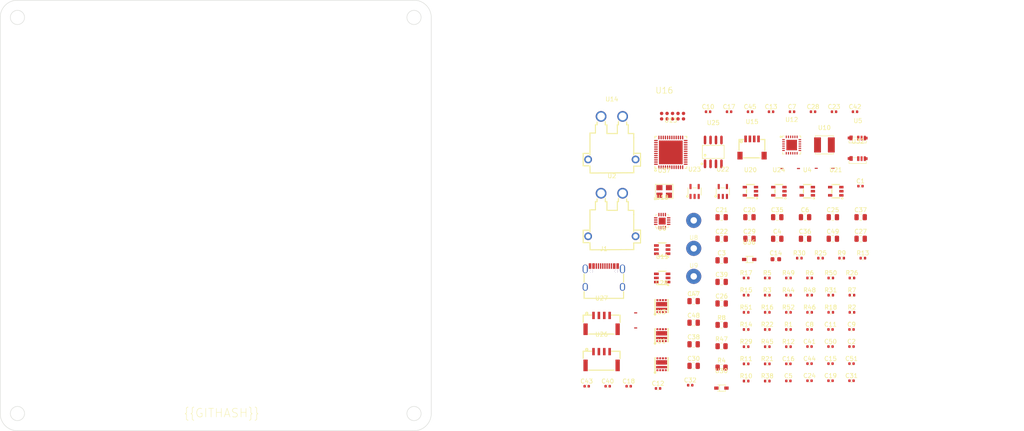
<source format=kicad_pcb>
(kicad_pcb (version 20221018) (generator pcbnew)
  (layers (0 "F.Cu" signal) (31 "B.Cu" signal) (34 "B.Paste" user) (35 "F.Paste" user) (36 "B.SilkS" user "B.Silkscreen") (37 "F.SilkS" user "F.Silkscreen") (38 "B.Mask" user) (39 "F.Mask" user) (44 "Edge.Cuts" user))
  (net 0 "")
  (net 1 "spin.power_stage.phase_a-vcc")
  (net 2 "spin.power_stage.phase_b-vcc")
  (net 3 "spin.power_stage.phase_c-vcc")
  (net 4 "spin.power_stage.gate_driver.ic-vcc")
  (net 5 "spin.power_stage-gnd-1")
  (net 6 "spin.power_stage.gate_driver.ic-gnd")
  (net 7 "spin.power_stage.phase_c.half_bridge-vcc-1")
  (net 8 "spin.power_stage.phase_b.half_bridge-vcc-1")
  (net 9 "spin.power_stage.phase_a.half_bridge-vcc-1")
  (net 10 "spin.power_stage.gate_driver-vcc-4")
  (net 11 "spin.power_stage.phase_c.half_bridge-vcc")
  (net 12 "spin.power_stage.gate_driver.ic-vcc-3")
  (net 13 "spin.power_stage.gate_driver-vcc-3")
  (net 14 "spin.power_stage.phase_b.half_bridge-vcc")
  (net 15 "spin.power_stage.gate_driver.ic-vcc-2")
  (net 16 "spin.power_stage.gate_driver-vcc-2")
  (net 17 "spin.power_stage.phase_a.half_bridge-vcc")
  (net 18 "spin.power_stage.gate_driver.ic-vcc-1")
  (net 19 "spin.power_stage-gnd")
  (net 20 "spin.position_sensor.ma732-vcc-3")
  (net 21 "spin.micro-sck")
  (net 22 "n_c")
  (net 23 "spin.power_supply-vcc-4")
  (net 24 "sclk")
  (net 25 "mgl")
  (net 26 "pwm")
  (net 27 "spin.micro-miso")
  (net 28 "spin.position_sensor.ma732-vcc-1")
  (net 29 "cs")
  (net 30 "spin.micro-mosi")
  (net 31 "spin.position_sensor.ma732-vcc-2")
  (net 32 "spin.position_sensor.ma732-vcc")
  (net 33 "ssd")
  (net 34 "spin.power_stage-vcc")
  (net 35 "spin.power_supply-gnd")
  (net 36 "spin.power_supply-vcc-1")
  (net 37 "sub2")
  (net 38 "cc1")
  (net 39 "dm")
  (net 40 "dp")
  (net 41 "cc2")
  (net 42 "sub1")
  (net 43 "spin.micro.micro.ic-vcc")
  (net 44 "pc13")
  (net 45 "pc14_osc32_in")
  (net 46 "pc15_osc32_out")
  (net 47 "spin.micro.micro.ic-vcc-1")
  (net 48 "pf1_osc_out")
  (net 49 "reset")
  (net 50 "spin.power_stage.phase_c.current_sensor-vcc")
  (net 51 "spin.micro-vcc-1")
  (net 52 "spin.micro.micro-sck")
  (net 53 "spin.micro.micro-io-1")
  (net 54 "spin.micro.micro-mosi")
  (net 55 "pc4")
  (net 56 "spin.power_stage.phase_a.current_sensor-vcc-1")
  (net 57 "spin.power_stage.phase_b.current_sensor-vcc")
  (net 58 "pb2")
  (net 59 "pb10")
  (net 60 "pb11")
  (net 61 "spin.micro-vcc")
  (net 62 "pa8")
  (net 63 "spin.micro.micro-scl")
  (net 64 "spin.micro-vcc-2")
  (net 65 "tms")
  (net 66 "tck")
  (net 67 "spin.micro-scl")
  (net 68 "pc10")
  (net 69 "pc11")
  (net 70 "tdo")
  (net 71 "spin.micro.micro-miso")
  (net 72 "spin.micro.micro-mosi-1")
  (net 73 "pb6")
  (net 74 "spin.micro-sda")
  (net 75 "spin.micro.micro-io")
  (net 76 "spin.micro.micro-tx")
  (net 77 "spin.micro.tc2050-vcc")
  (net 78 "spin.micro.tc2050-gnd")
  (net 79 "spin.power_supply.buck.feedback_div-out")
  (net 80 "cb")
  (net 81 "sw")
  (net 82 "spin.power_supply-vcc")
  (net 83 "rx")
  (net 84 "spin.power_stage-vcc-2")
  (net 85 "spin.power_stage.phase_a.current_sensor.opamp-output")
  (net 86 "spin.power_stage.phase_a.current_sensor.opamp-inverting")
  (net 87 "spin.power_stage-gnd-2")
  (net 88 "spin.power_stage.phase_a.current_sensor.opamp-non_inverting")
  (net 89 "spin.power_stage.phase_b.current_sensor.opamp-output")
  (net 90 "spin.power_stage.phase_b.current_sensor.opamp-inverting")
  (net 91 "spin.power_stage.phase_b.current_sensor.opamp-non_inverting")
  (net 92 "spin.power_stage.phase_c.current_sensor.opamp-output")
  (net 93 "spin.power_stage.phase_c.current_sensor.opamp-inverting")
  (net 94 "spin.power_stage.phase_c.current_sensor.opamp-non_inverting")
  (net 95 "spin.power_stage.voltage_reference-vcc")
  (net 96 "spin.power_stage.phase_a.current_sensor-vcc")
  (net 97 "spin.power_stage.voltage_reference.opamp-inverting")
  (net 98 "spin.power_stage.phase_a.current_sensor-gnd")
  (net 99 "spin.power_supply-vcc-2")
  (net 100 "spin.power_supply.ldo5V.feedback_div-out")
  (net 101 "spin.power_supply.ldo5V-vcc")
  (net 102 "spin.power_supply.ldo3V3.feedback_div-out")
  (net 103 "spin.micro.can_tranciever-tx")
  (net 104 "canh")
  (net 105 "canl")
  (net 106 "vref")
  (net 107 "anode")
  (net 108 "cathode")
  (net 109 "spin.power_stage.phase_a.current_sensor.shunt-p1")
  (net 110 "spin.power_stage.phase_a.current_sensor.shunt-p2")
  (net 111 "spin.power_stage.phase_b.current_sensor.shunt-p1")
  (net 112 "spin.power_stage.phase_b.current_sensor.shunt-p2")
  (net 113 "spin.power_stage.phase_c.current_sensor.shunt-p1")
  (net 114 "spin.power_stage.phase_c.current_sensor.shunt-p2")
  (net 115 "spin.power_stage.phase_c.current_sensor.bias_div-vcc")
  (net 116 "spin.power_stage.phase_c.current_sensor.bias_div-out")
  (net 117 "spin.power_stage.phase_c.current_sensor.bias_div-gnd")
  (net 118 "spin.power_stage.phase_c.current_sensor.output_filter-vcc")
  (net 119 "spin.power_stage.phase_c.current_sensor.output_filter-vcc-1")
  (net 120 "xout")
  (net 121 "spin.ios.voltage_sense_filter-vcc")
  (net 122 "spin.ios.voltage_sense_filter-vcc-1")
  (net 123 "spin.ios.temperature_sense_filter-vcc")
  (net 124 "spin.ios.temperature_sense_filter-vcc-1")
  (net 125 "spin.power_stage.phase_a.current_sensor.feedback_div-vcc")
  (net 126 "spin.power_stage.phase_a.current_sensor.feedback_div-out")
  (net 127 "spin.power_stage.phase_a.current_sensor.feedback_div-gnd")
  (net 128 "spin.power_stage.phase_a.current_sensor.bias_div-vcc")
  (net 129 "spin.power_stage.phase_a.current_sensor.bias_div-out")
  (net 130 "spin.power_stage.phase_c.current_sensor.feedback_div-out")
  (net 131 "spin.power_stage.phase_c.current_sensor.feedback_div-gnd")
  (net 132 "spin.power_stage.phase_c.current_sensor.feedback_div-vcc")
  (net 133 "spin.power_stage.phase_b.current_sensor.output_filter-vcc")
  (net 134 "spin.power_stage.phase_b.current_sensor.output_filter-vcc-1")
  (net 135 "spin.power_stage.phase_b.current_sensor.bias_div-out")
  (net 136 "spin.power_stage.phase_b.current_sensor.bias_div-gnd")
  (net 137 "spin.power_stage.phase_a.current_sensor.bias_div-gnd")
  (net 138 "spin.power_stage.phase_b.current_sensor.bias_div-vcc")
  (net 139 "spin.power_stage.phase_b.current_sensor.feedback_div-out")
  (net 140 "spin.power_stage.phase_b.current_sensor.feedback_div-gnd")
  (net 141 "spin.power_stage.phase_b.current_sensor.feedback_div-vcc")
  (net 142 "spin.power_stage.phase_a.current_sensor.output_filter-vcc")
  (net 143 "spin.power_stage.phase_a.current_sensor.output_filter-vcc-1")
  (net 144 "spin.power_stage.phase_b.half_bridge-vcc-2")
  (net 145 "spin.power_stage.phase_a.half_bridge-vcc-2")
  (net 146 "spin.power_stage.phase_c.half_bridge-vcc-2")
  (net 147 "net-10")
  (net 148 "net-11")
  (net 149 "net-8")
  (net 150 "net-9")
  (net 151 "net-6")
  (net 152 "net-7")
  (net 153 "net-4")
  (net 154 "net-5")
  (net 155 "net-2")
  (net 156 "net-3")
  (net 157 "net")
  (net 158 "net-1")
  (net 159 "spin.power_supply-vcc-3")
  (net 160 "spin.ios.led2-vcc")
  (net 161 "spin.ios.led1-vcc")
  (net 162 "spin.power_stage.bulk_caps-vcc")
  (net 163 "spin.power_stage.bulk_caps-gnd")
  (net 164 "spin.power_stage.gate_driver.bypass_cap-vcc")
  (net 165 "spin.power_stage.gate_driver.bypass_cap-gnd")
  (net 166 "spin.ios.temperature_sense_filter-gnd")
  (net 167 "spin.power_stage.phase_c.current_sensor.output_filter-gnd")
  (net 168 "spin.power_stage.phase_b.current_sensor.output_filter-gnd")
  (net 169 "spin.power_stage.phase_a.current_sensor.output_filter-gnd")
  (net 170 "spin.ios.voltage_sense_filter-gnd")
  (footprint "lib:C0603" (layer "F.Cu") (at 237.89 115.74)
    (fp_text reference "C14" (at 0 -1.43) (layer "F.SilkS"))
    (fp_text value "50V 1uF X5R ±10% 0603  Multilayer Ceramic Capacitors MLCC - SMD/SMT ROHS")
    (pad "1" smd roundrect (at -0.775 0) (size 0.9 0.95) (layers "F.Cu" "F.Paste" "F.Mask") (net 82 "spin.power_supply-vcc"))
    (pad "2" smd roundrect (at 0.775 0) (size 0.9 0.95) (layers "F.Cu" "F.Paste" "F.Mask") (net 19 "spin.power_stage-gnd"))
  )
  (footprint "lib:OSC-SMD_4P-L3.2-W2.5-BL" (layer "F.Cu") (at 211.99 99.99)
    (fp_text reference "U37" (at 0 -4.88) (layer "F.SilkS"))
    (fp_text value "")
    (pad "1" smd rect (at -1.1 0.88) (size 1.4 1.2) (layers "F.Cu" "F.Paste" "F.Mask") (net 47 "spin.micro.micro.ic-vcc-1"))
    (pad "2" smd rect (at 1.1 0.88) (size 1.4 1.2) (layers "F.Cu" "F.Paste" "F.Mask") (net 19 "spin.power_stage-gnd"))
    (pad "3" smd rect (at 1.1 -0.88) (size 1.4 1.2) (layers "F.Cu" "F.Paste" "F.Mask") (net 120 "xout"))
    (pad "4" smd rect (at -1.1 -0.88) (size 1.4 1.2) (layers "F.Cu" "F.Paste" "F.Mask") (net 19 "spin.power_stage-gnd"))
  )
  (footprint "lib:OutputPad" (layer "F.Cu") (at 218.845 119.715)
    (fp_text reference "U7" (at 0 4 unlocked) (layer "F.SilkS") (effects (font (thickness 0.1))))
    (fp_text value "" hide)
    (pad "1" thru_hole circle (at 0 0) (size 3.5 3.5) (drill 1.5) (layers "*.Cu" "*.Mask") (net 145 "spin.power_stage.phase_a.half_bridge-vcc-2"))
  )
  (footprint "lib:NetTie-2_SMD_Pad0.25mm" (layer "F.Cu") (at 250.885 94.615)
    (fp_text reference "U34" hide)
    (fp_text value "" hide)
    (fp_poly (pts (xy 0 -0.125) (xy 0.5 -0.125) (xy 0.5 0.125) (xy 0 0.125)) (fill solid) (layer "F.Cu"))
    (pad "1" smd circle (at 0 0) (size 0.25 0.25) (layers "F.Cu") (net 149 "net-8"))
    (pad "2" smd circle (at 0.5 0) (size 0.25 0.25) (layers "F.Cu") (net 150 "net-9"))
  )
  (footprint "lib:C0402" (layer "F.Cu") (at 231.91 81.48)
    (fp_text reference "C45" (at 0 -1.16) (layer "F.SilkS"))
    (fp_text value "25V 1uF X5R ±10% 0402  Multilayer Ceramic Capacitors MLCC - SMD/SMT ROHS")
    (pad "1" smd roundrect (at -0.48 0) (size 0.56 0.62) (layers "F.Cu" "F.Paste" "F.Mask") (net 12 "spin.power_stage.gate_driver.ic-vcc-3"))
    (pad "2" smd roundrect (at 0.48 0) (size 0.56 0.62) (layers "F.Cu" "F.Paste" "F.Mask") (net 10 "spin.power_stage.gate_driver-vcc-4"))
  )
  (footprint "lib:CONN-SMD_4P-P1.25_SM04B-GHS-TB-LF-SN" (layer "F.Cu") (at 197.47 138.795)
    (fp_text reference "U26" (at 0 -5.6) (layer "F.SilkS"))
    (fp_text value "")
    (pad "1" smd rect (at -1.88 -1.6) (size 0.6 1.7) (layers "F.Cu" "F.Paste" "F.Mask") (net 159 "spin.power_supply-vcc-3"))
    (pad "2" smd rect (at -0.63 -1.6) (size 0.6 1.7) (layers "F.Cu" "F.Paste" "F.Mask") (net 104 "canh"))
    (pad "3" smd rect (at 0.62 -1.6) (size 0.6 1.7) (layers "F.Cu" "F.Paste" "F.Mask") (net 105 "canl"))
    (pad "4" smd rect (at 1.87 -1.6) (size 0.6 1.7) (layers "F.Cu" "F.Paste" "F.Mask") (net 19 "spin.power_stage-gnd"))
    (pad "5" smd rect (at 3.72 1.6) (size 1 2.7) (layers "F.Cu" "F.Paste" "F.Mask"))
    (pad "6" smd rect (at -3.72 1.6) (size 1 2.7) (layers "F.Cu" "F.Paste" "F.Mask"))
  )
  (footprint "lib:CONN-SMD_4P-P1.25_SM04B-GHS-TB-LF-SN" (layer "F.Cu") (at 197.47 130.395)
    (fp_text reference "U27" (at 0 -5.6) (layer "F.SilkS"))
    (fp_text value "")
    (pad "1" smd rect (at -1.88 -1.6) (size 0.6 1.7) (layers "F.Cu" "F.Paste" "F.Mask") (net 159 "spin.power_supply-vcc-3"))
    (pad "2" smd rect (at -0.63 -1.6) (size 0.6 1.7) (layers "F.Cu" "F.Paste" "F.Mask") (net 104 "canh"))
    (pad "3" smd rect (at 0.62 -1.6) (size 0.6 1.7) (layers "F.Cu" "F.Paste" "F.Mask") (net 105 "canl"))
    (pad "4" smd rect (at 1.87 -1.6) (size 0.6 1.7) (layers "F.Cu" "F.Paste" "F.Mask") (net 19 "spin.power_stage-gnd"))
    (pad "5" smd rect (at 3.72 1.6) (size 1 2.7) (layers "F.Cu" "F.Paste" "F.Mask"))
    (pad "6" smd rect (at -3.72 1.6) (size 1 2.7) (layers "F.Cu" "F.Paste" "F.Mask"))
  )
  (footprint "lib:C0805" (layer "F.Cu") (at 218.82 125.47)
    (fp_text reference "C47" (at 0 -1.68) (layer "F.SilkS"))
    (fp_text value "")
    (pad "1" smd roundrect (at -0.95 0) (size 1 1.45) (layers "F.Cu" "F.Paste" "F.Mask") (net 162 "spin.power_stage.bulk_caps-vcc"))
    (pad "2" smd roundrect (at 0.95 0) (size 1 1.45) (layers "F.Cu" "F.Paste" "F.Mask") (net 163 "spin.power_stage.bulk_caps-gnd"))
  )
  (footprint "lib:C0805" (layer "F.Cu") (at 225.32 110.98)
    (fp_text reference "C22" (at 0 -1.68) (layer "F.SilkS"))
    (fp_text value "")
    (pad "1" smd roundrect (at -0.95 0) (size 1 1.45) (layers "F.Cu" "F.Paste" "F.Mask") (net 162 "spin.power_stage.bulk_caps-vcc"))
    (pad "2" smd roundrect (at 0.95 0) (size 1 1.45) (layers "F.Cu" "F.Paste" "F.Mask") (net 163 "spin.power_stage.bulk_caps-gnd"))
  )
  (footprint "lib:R0402" (layer "F.Cu") (at 235.91 124.08)
    (fp_text reference "R3" (at 0 -1.17) (layer "F.SilkS"))
    (fp_text value "62.5mW Thick Film Resistors ±100ppm/℃ ±1% 100kΩ 0402  Chip Resistor - Surface Mount ROHS")
    (pad "1" smd roundrect (at -0.51 0) (size 0.54 0.64) (layers "F.Cu" "F.Paste" "F.Mask") (net 53 "spin.micro.micro-io-1"))
    (pad "2" smd roundrect (at 0.51 0) (size 0.54 0.64) (layers "F.Cu" "F.Paste" "F.Mask") (net 19 "spin.power_stage-gnd"))
  )
  (footprint "lib:C0402" (layer "F.Cu") (at 255.45 143.96)
    (fp_text reference "C31" (at 0 -1.16) (layer "F.SilkS"))
    (fp_text value "25V 1uF X5R ±10% 0402  Multilayer Ceramic Capacitors MLCC - SMD/SMT ROHS")
    (pad "1" smd roundrect (at -0.48 0) (size 0.56 0.62) (layers "F.Cu" "F.Paste" "F.Mask") (net 159 "spin.power_supply-vcc-3"))
    (pad "2" smd roundrect (at 0.48 0) (size 0.56 0.62) (layers "F.Cu" "F.Paste" "F.Mask") (net 19 "spin.power_stage-gnd"))
  )
  (footprint "lib:NetTie-2_SMD_Pad0.25mm" (layer "F.Cu") (at 247.015 94.615)
    (fp_text reference "U31" hide)
    (fp_text value "" hide)
    (fp_poly (pts (xy 0 -0.125) (xy 0.5 -0.125) (xy 0.5 0.125) (xy 0 0.125)) (fill solid) (layer "F.Cu"))
    (pad "1" smd circle (at 0 0) (size 0.25 0.25) (layers "F.Cu") (net 153 "net-4"))
    (pad "2" smd circle (at 0.5 0) (size 0.25 0.25) (layers "F.Cu") (net 154 "net-5"))
  )
  (footprint "lib:C0805" (layer "F.Cu") (at 218.82 140.5)
    (fp_text reference "C30" (at 0 -1.68) (layer "F.SilkS"))
    (fp_text value "")
    (pad "1" smd roundrect (at -0.95 0) (size 1 1.45) (layers "F.Cu" "F.Paste" "F.Mask") (net 162 "spin.power_stage.bulk_caps-vcc"))
    (pad "2" smd roundrect (at 0.95 0) (size 1 1.45) (layers "F.Cu" "F.Paste" "F.Mask") (net 163 "spin.power_stage.bulk_caps-gnd"))
  )
  (footprint "lib:C0805" (layer "F.Cu") (at 257.57 105.97)
    (fp_text reference "C37" (at 0 -1.68) (layer "F.SilkS"))
    (fp_text value "")
    (pad "1" smd roundrect (at -0.95 0) (size 1 1.45) (layers "F.Cu" "F.Paste" "F.Mask") (net 162 "spin.power_stage.bulk_caps-vcc"))
    (pad "2" smd roundrect (at 0.95 0) (size 1 1.45) (layers "F.Cu" "F.Paste" "F.Mask") (net 163 "spin.power_stage.bulk_caps-gnd"))
  )
  (footprint "lib:R0402" (layer "F.Cu") (at 258.08 115.48)
    (fp_text reference "R13" (at 0 -1.17) (layer "F.SilkS"))
    (fp_text value "62.5mW Thick Film Resistors ±100ppm/℃ ±1% 1kΩ 0402  Chip Resistor - Surface Mount ROHS")
    (pad "1" smd roundrect (at -0.51 0) (size 0.54 0.64) (layers "F.Cu" "F.Paste" "F.Mask") (net 128 "spin.power_stage.phase_a.current_sensor.bias_div-vcc"))
    (pad "2" smd roundrect (at 0.51 0) (size 0.54 0.64) (layers "F.Cu" "F.Paste" "F.Mask") (net 129 "spin.power_stage.phase_a.current_sensor.bias_div-out"))
  )
  (footprint "lib:VQFN-16_L3.0-W3.0-P0.50-BL-EP1.6" (layer "F.Cu") (at 211.525 106.875)
    (fp_text reference "U18" (at 0 -5.5) (layer "F.SilkS"))
    (fp_text value "")
    (pad "1" smd rect (at -0.75 1.5) (size 0.28 0.8) (layers "F.Cu" "F.Paste" "F.Mask") (net 33 "ssd"))
    (pad "2" smd rect (at -0.25 1.5) (size 0.28 0.8) (layers "F.Cu" "F.Paste" "F.Mask") (net 32 "spin.position_sensor.ma732-vcc"))
    (pad "3" smd rect (at 0.25 1.5) (size 0.28 0.8) (layers "F.Cu" "F.Paste" "F.Mask") (net 31 "spin.position_sensor.ma732-vcc-2"))
    (pad "4" smd rect (at 0.75 1.5) (size 0.28 0.8) (layers "F.Cu" "F.Paste" "F.Mask") (net 30 "spin.micro-mosi"))
    (pad "5" smd rect (at 1.5 0.75) (size 0.8 0.28) (layers "F.Cu" "F.Paste" "F.Mask") (net 29 "cs"))
    (pad "6" smd rect (at 1.5 0.25) (size 0.8 0.28) (layers "F.Cu" "F.Paste" "F.Mask") (net 28 "spin.position_sensor.ma732-vcc-1"))
    (pad "7" smd rect (at 1.5 -0.25) (size 0.8 0.28) (layers "F.Cu" "F.Paste" "F.Mask") (net 27 "spin.micro-miso"))
    (pad "8" smd rect (at 1.5 -0.75) (size 0.8 0.28) (layers "F.Cu" "F.Paste" "F.Mask") (net 19 "spin.power_stage-gnd"))
    (pad "9" smd rect (at 0.75 -1.5) (size 0.28 0.8) (layers "F.Cu" "F.Paste" "F.Mask") (net 26 "pwm"))
    (pad "10" smd rect (at 0.25 -1.5) (size 0.28 0.8) (layers "F.Cu" "F.Paste" "F.Mask") (net 19 "spin.power_stage-gnd"))
    (pad "11" smd rect (at -0.25 -1.5) (size 0.28 0.8) (layers "F.Cu" "F.Paste" "F.Mask") (net 25 "mgl"))
    (pad "12" smd rect (at -0.75 -1.5) (size 0.28 0.8) (layers "F.Cu" "F.Paste" "F.Mask") (net 24 "sclk"))
    (pad "13" smd rect (at -1.5 -0.75) (size 0.8 0.28) (layers "F.Cu" "F.Paste" "F.Mask") (net 23 "spin.power_supply-vcc-4"))
    (pad "14" smd rect (at -1.5 -0.25) (size 0.8 0.28) (layers "F.Cu" "F.Paste" "F.Mask") (net 22 "n_c"))
    (pad "15" smd rect (at -1.5 0.25) (size 0.8 0.28) (layers "F.Cu" "F.Paste" "F.Mask") (net 21 "spin.micro-sck"))
    (pad "16" smd rect (at -1.5 0.75) (size 0.8 0.28) (layers "F.Cu" "F.Paste" "F.Mask") (net 20 "spin.position_sensor.ma732-vcc-3"))
    (pad "17" smd rect (at 0 0 90) (size 1.6 1.6) (layers "F.Cu" "F.Paste" "F.Mask") (net 19 "spin.power_stage-gnd"))
  )
  (footprint "lib:C0402" (layer "F.Cu") (at 245.71 139.99)
    (fp_text reference "C44" (at 0 -1.16) (layer "F.SilkS"))
    (fp_text value "50V 20pF C0G ±5% 0402  Multilayer Ceramic Capacitors MLCC - SMD/SMT ROHS")
    (pad "1" smd roundrect (at -0.48 0) (size 0.56 0.62) (layers "F.Cu" "F.Paste" "F.Mask") (net 120 "xout"))
    (pad "2" smd roundrect (at 0.48 0) (size 0.56 0.62) (layers "F.Cu" "F.Paste" "F.Mask") (net 19 "spin.power_stage-gnd"))
  )
  (footprint "lib:SOT-23-6_L2.9-W1.6-P0.95-LS2.8-BR" (layer "F.Cu") (at 211.525 120.08)
    (fp_text reference "U11" (at 0 -4.95) (layer "F.SilkS"))
    (fp_text value "")
    (pad "1" smd rect (at 1.35 0.95) (size 1.1 0.6) (layers "F.Cu" "F.Paste" "F.Mask") (net 51 "spin.micro-vcc-1"))
    (pad "2" smd rect (at 1.35 0) (size 1.1 0.6) (layers "F.Cu" "F.Paste" "F.Mask") (net 19 "spin.power_stage-gnd"))
    (pad "3" smd rect (at 1.35 -0.95) (size 1.1 0.6) (layers "F.Cu" "F.Paste" "F.Mask") (net 83 "rx"))
    (pad "4" smd rect (at -1.35 -0.95) (size 1.1 0.6) (layers "F.Cu" "F.Paste" "F.Mask") (net 75 "spin.micro.micro-io"))
    (pad "5" smd rect (at -1.35 0) (size 1.1 0.6) (layers "F.Cu" "F.Paste" "F.Mask") (net 23 "spin.power_supply-vcc-4"))
    (pad "6" smd rect (at -1.35 0.95) (size 1.1 0.6) (layers "F.Cu" "F.Paste" "F.Mask") (net 53 "spin.micro.micro-io-1"))
  )
  (footprint "lib:R0402" (layer "F.Cu") (at 231 128.07)
    (fp_text reference "R51" (at 0 -1.17) (layer "F.SilkS"))
    (fp_text value "62.5mW Thick Film Resistors ±100ppm/℃ ±1% 47kΩ 0402  Chip Resistor - Surface Mount ROHS")
    (pad "1" smd roundrect (at -0.51 0) (size 0.54 0.64) (layers "F.Cu" "F.Paste" "F.Mask") (net 116 "spin.power_stage.phase_c.current_sensor.bias_div-out"))
    (pad "2" smd roundrect (at 0.51 0) (size 0.54 0.64) (layers "F.Cu" "F.Paste" "F.Mask") (net 117 "spin.power_stage.phase_c.current_sensor.bias_div-gnd"))
  )
  (footprint "lib:C0402" (layer "F.Cu") (at 255.45 132.05)
    (fp_text reference "C9" (at 0 -1.16) (layer "F.SilkS"))
    (fp_text value "25V 1uF X5R ±10% 0402  Multilayer Ceramic Capacitors MLCC - SMD/SMT ROHS")
    (pad "1" smd roundrect (at -0.48 0) (size 0.56 0.62) (layers "F.Cu" "F.Paste" "F.Mask") (net 95 "spin.power_stage.voltage_reference-vcc"))
    (pad "2" smd roundrect (at 0.48 0) (size 0.56 0.62) (layers "F.Cu" "F.Paste" "F.Mask") (net 98 "spin.power_stage.phase_a.current_sensor-gnd"))
  )
  (footprint "lib:OutputPad" (layer "F.Cu") (at 218.845 113.215)
    (fp_text reference "U9" (at 0 4 unlocked) (layer "F.SilkS") (effects (font (thickness 0.1))))
    (fp_text value "" hide)
    (pad "1" thru_hole circle (at 0 0) (size 3.5 3.5) (drill 1.5) (layers "*.Cu" "*.Mask") (net 146 "spin.power_stage.phase_c.half_bridge-vcc-2"))
  )
  (footprint "lib:R0402" (layer "F.Cu") (at 250.64 128.07)
    (fp_text reference "R18" (at 0 -1.17) (layer "F.SilkS"))
    (fp_text value "62.5mW Thick Film Resistors ±100ppm/℃ ±1% 6.34kΩ 0402  Chip Resistor - Surface Mount ROHS")
    (pad "1" smd roundrect (at -0.51 0) (size 0.54 0.64) (layers "F.Cu" "F.Paste" "F.Mask") (net 100 "spin.power_supply.ldo5V.feedback_div-out"))
    (pad "2" smd roundrect (at 0.51 0) (size 0.54 0.64) (layers "F.Cu" "F.Paste" "F.Mask") (net 19 "spin.power_stage-gnd"))
  )
  (footprint "lib:SOT-23-5_L3.0-W1.7-P0.95-LS2.8-BL" (layer "F.Cu") (at 225.595 100.005)
    (fp_text reference "U22" (at 0 -5.15) (layer "F.SilkS"))
    (fp_text value "")
    (pad "1" smd rect (at -0.95 1.15) (size 0.49 1.16) (layers "F.Cu" "F.Paste" "F.Mask") (net 99 "spin.power_supply-vcc-2"))
    (pad "2" smd rect (at 0 1.15) (size 0.49 1.16) (layers "F.Cu" "F.Paste" "F.Mask") (net 19 "spin.power_stage-gnd"))
    (pad "3" smd rect (at 0.95 1.15) (size 0.49 1.16) (layers "F.Cu" "F.Paste" "F.Mask") (net 99 "spin.power_supply-vcc-2"))
    (pad "4" smd rect (at 0.95 -1.15) (size 0.49 1.18) (layers "F.Cu" "F.Paste" "F.Mask") (net 100 "spin.power_supply.ldo5V.feedback_div-out"))
    (pad "5" smd rect (at -0.95 -1.15) (size 0.49 1.18) (layers "F.Cu" "F.Paste" "F.Mask") (net 101 "spin.power_supply.ldo5V-vcc"))
  )
  (footprint "lib:C0805" (layer "F.Cu") (at 251.12 105.97)
    (fp_text reference "C25" (at 0 -1.68) (layer "F.SilkS"))
    (fp_text value "")
    (pad "1" smd roundrect (at -0.95 0) (size 1 1.45) (layers "F.Cu" "F.Paste" "F.Mask") (net 162 "spin.power_stage.bulk_caps-vcc"))
    (pad "2" smd roundrect (at 0.95 0) (size 1 1.45) (layers "F.Cu" "F.Paste" "F.Mask") (net 163 "spin.power_stage.bulk_caps-gnd"))
  )
  (footprint "lib:SOD-323_L1.8-W1.3-LS2.5-RD" (layer "F.Cu") (at 231.715 115.79)
    (fp_text reference "U36" (at 0 -4) (layer "F.SilkS"))
    (fp_text value "")
    (pad "1" smd rect (at -1.17 0) (size 1 0.75) (layers "F.Cu" "F.Paste" "F.Mask") (net 81 "sw"))
    (pad "2" smd rect (at 1.17 0) (size 1 0.75) (layers "F.Cu" "F.Paste" "F.Mask") (net 19 "spin.power_stage-gnd"))
  )
  (footprint "lib:R0402" (layer "F.Cu") (at 240.82 132.06)
    (fp_text reference "R1" (at 0 -1.17) (layer "F.SilkS"))
    (fp_text value "62.5mW ±1% ±200ppm/℃ 1.62kΩ 0402  Chip Resistor - Surface Mount ROHS")
    (pad "1" smd roundrect (at -0.51 0) (size 0.54 0.64) (layers "F.Cu" "F.Paste" "F.Mask") (net 95 "spin.power_stage.voltage_reference-vcc"))
    (pad "2" smd roundrect (at 0.51 0) (size 0.54 0.64) (layers "F.Cu" "F.Paste" "F.Mask") (net 97 "spin.power_stage.voltage_reference.opamp-inverting"))
  )
  (footprint "lib:NetTie-2_SMD_Pad0.25mm" (layer "F.Cu") (at 205.125 131.695)
    (fp_text reference "U33" hide)
    (fp_text value "" hide)
    (fp_poly (pts (xy 0 -0.125) (xy 0.5 -0.125) (xy 0.5 0.125) (xy 0 0.125)) (fill solid) (layer "F.Cu"))
    (pad "1" smd circle (at 0 0) (size 0.25 0.25) (layers "F.Cu") (net 151 "net-6"))
    (pad "2" smd circle (at 0.5 0) (size 0.25 0.25) (layers "F.Cu") (net 152 "net-7"))
  )
  (footprint "lib:R0402" (layer "F.Cu") (at 255.55 124.08)
    (fp_text reference "R7" (at 0 -1.17) (layer "F.SilkS"))
    (fp_text value "62.5mW Thick Film Resistors ±100ppm/℃ ±1% 220Ω 0402  Chip Resistor - Surface Mount ROHS")
    (pad "1" smd roundrect (at -0.51 0) (size 0.54 0.64) (layers "F.Cu" "F.Paste" "F.Mask") (net 48 "pf1_osc_out"))
    (pad "2" smd roundrect (at 0.51 0) (size 0.54 0.64) (layers "F.Cu" "F.Paste" "F.Mask") (net 120 "xout"))
  )
  (footprint "lib:C0402" (layer "F.Cu") (at 198.88 145.23)
    (fp_text reference "C40" (at 0 -1.16) (layer "F.SilkS"))
    (fp_text value "16V 100nF X7R ±10% 0402  Multilayer Ceramic Capacitors MLCC - SMD/SMT ROHS")
    (pad "1" smd roundrect (at -0.48 0) (size 0.56 0.62) (layers "F.Cu" "F.Paste" "F.Mask") (net 23 "spin.power_supply-vcc-4"))
    (pad "2" smd roundrect (at 0.48 0) (size 0.56 0.62) (layers "F.Cu" "F.Paste" "F.Mask") (net 19 "spin.power_stage-gnd"))
  )
  (footprint "lib:C0805" (layer "F.Cu") (at 238.22 110.98)
    (fp_text reference "C4" (at 0 -1.68) (layer "F.SilkS"))
    (fp_text value "")
    (pad "1" smd roundrect (at -0.95 0) (size 1 1.45) (layers "F.Cu" "F.Paste" "F.Mask") (net 162 "spin.power_stage.bulk_caps-vcc"))
    (pad "2" smd roundrect (at 0.95 0) (size 1 1.45) (layers "F.Cu" "F.Paste" "F.Mask") (net 163 "spin.power_stage.bulk_caps-gnd"))
  )
  (footprint "lib:TAG-CONNECT_TC2050-IDC" (layer "F.Cu") (at 213.9303 82.5053)
    (fp_text reference "U16" (at -1.908355 -5.979565) (layer "F.SilkS") (effects (font (size 1.40248 1.40248))))
    (fp_text value "")
    (pad "" np_thru_hole circle (at -3.81 0) (size 0.9906 0.9906) (drill 0.9906) (layers "*.Cu" "*.Mask"))
    (pad "" np_thru_hole circle (at 3.81 -1.015) (size 0.9906 0.9906) (drill 0.9906) (layers "*.Cu" "*.Mask"))
    (pad "" np_thru_hole circle (at 3.81 1.015) (size 0.9906 0.9906) (drill 0.9906) (layers "*.Cu" "*.Mask"))
    (pad "1" smd circle (at -2.54 0.635) (size 0.7874 0.7874) (layers "F.Cu" "F.Mask") (net 77 "spin.micro.tc2050-vcc"))
    (pad "2" smd circle (at -1.27 0.635) (size 0.7874 0.7874) (layers "F.Cu" "F.Mask") (net 65 "tms"))
    (pad "3" smd circle (at 0 0.635) (size 0.7874 0.7874) (layers "F.Cu" "F.Mask") (net 78 "spin.micro.tc2050-gnd"))
    (pad "4" smd circle (at 1.27 0.635) (size 0.7874 0.7874) (layers "F.Cu" "F.Mask") (net 66 "tck"))
    (pad "5" smd circle (at 2.54 0.635) (size 0.7874 0.7874) (layers "F.Cu" "F.Mask") (net 78 "spin.micro.tc2050-gnd"))
    (pad "6" smd circle (at 2.54 -0.635 180) (size 0.7874 0.7874) (layers "F.Cu" "F.Mask") (net 70 "tdo"))
    (pad "7" smd circle (at 1.27 -0.635 180) (size 0.7874 0.7874) (layers "F.Cu" "F.Mask"))
    (pad "8" smd circle (at 0 -0.635 180) (size 0.7874 0.7874) (layers "F.Cu" "F.Mask") (net 67 "spin.micro-scl"))
    (pad "9" smd circle (at -1.27 -0.635 180) (size 0.7874 0.7874) (layers "F.Cu" "F.Mask"))
    (pad "10" smd circle (at -2.54 -0.635 180) (size 0.7874 0.7874) (layers "F.Cu" "F.Mask") (net 49 "reset"))
  )
  (footprint "lib:R0402" (layer "F.Cu") (at 231 124.08)
    (fp_text reference "R15" (at 0 -1.17) (layer "F.SilkS"))
    (fp_text value "62.5mW Thick Film Resistors ±100ppm/℃ ±1% 10kΩ 0402  Chip Resistor - Surface Mount ROHS")
    (pad "1" smd roundrect (at -0.51 0) (size 0.54 0.64) (layers "F.Cu" "F.Paste" "F.Mask") (net 19 "spin.power_stage-gnd"))
    (pad "2" smd roundrect (at 0.51 0) (size 0.54 0.64) (layers "F.Cu" "F.Paste" "F.Mask") (net 51 "spin.micro-vcc-1"))
  )
  (footprint "lib:C0402" (layer "F.Cu") (at 251.39 81.48)
    (fp_text reference "C23" (at 0 -1.16) (layer "F.SilkS"))
    (fp_text value "16V 100nF X7R ±10% 0402  Multilayer Ceramic Capacitors MLCC - SMD/SMT ROHS")
    (pad "1" smd roundrect (at -0.48 0) (size 0.56 0.62) (layers "F.Cu" "F.Paste" "F.Mask") (net 124 "spin.ios.temperature_sense_filter-vcc-1"))
    (pad "2" smd roundrect (at 0.48 0) (size 0.56 0.62) (layers "F.Cu" "F.Paste" "F.Mask") (net 166 "spin.ios.temperature_sense_filter-gnd"))
  )
  (footprint "lib:C0805" (layer "F.Cu") (at 218.82 135.49)
    (fp_text reference "C38" (at 0 -1.68) (layer "F.SilkS"))
    (fp_text value "")
    (pad "1" smd roundrect (at -0.95 0) (size 1 1.45) (layers "F.Cu" "F.Paste" "F.Mask") (net 162 "spin.power_stage.bulk_caps-vcc"))
    (pad "2" smd roundrect (at 0.95 0) (size 1 1.45) (layers "F.Cu" "F.Paste" "F.Mask") (net 163 "spin.power_stage.bulk_caps-gnd"))
  )
  (footprint "lib:C0402" (layer "F.Cu") (at 227.04 81.48)
    (fp_text reference "C17" (at 0 -1.16) (layer "F.SilkS"))
    (fp_text value "16V 100nF X7R ±10% 0402  Multilayer Ceramic Capacitors MLCC - SMD/SMT ROHS")
    (pad "1" smd roundrect (at -0.48 0) (size 0.56 0.62) (layers "F.Cu" "F.Paste" "F.Mask") (net 23 "spin.power_supply-vcc-4"))
    (pad "2" smd roundrect (at 0.48 0) (size 0.56 0.62) (layers "F.Cu" "F.Paste" "F.Mask") (net 19 "spin.power_stage-gnd"))
  )
  (footprint "lib:C0805" (layer "F.Cu") (at 238.22 105.97)
    (fp_text reference "C35" (at 0 -1.68) (layer "F.SilkS"))
    (fp_text value "")
    (pad "1" smd roundrect (at -0.95 0) (size 1 1.45) (layers "F.Cu" "F.Paste" "F.Mask") (net 162 "spin.power_stage.bulk_caps-vcc"))
    (pad "2" smd roundrect (at 0.95 0) (size 1 1.45) (layers "F.Cu" "F.Paste" "F.Mask") (net 163 "spin.power_stage.bulk_caps-gnd"))
  )
  (footprint "lib:R0402" (layer "F.Cu") (at 231 140.04)
    (fp_text reference "R11" (at 0 -1.17) (layer "F.SilkS"))
    (fp_text value "62.5mW ±1% ±200ppm/℃ 1.62kΩ 0402  Chip Resistor - Surface Mount ROHS")
    (pad "1" smd roundrect (at -0.51 0) (size 0.54 0.64) (layers "F.Cu" "F.Paste" "F.Mask") (net 123 "spin.ios.temperature_sense_filter-vcc"))
    (pad "2" smd roundrect (at 0.51 0) (size 0.54 0.64) (layers "F.Cu" "F.Paste" "F.Mask") (net 124 "spin.ios.temperature_sense_filter-vcc-1"))
  )
  (footprint "lib:C0402" (layer "F.Cu") (at 250.58 143.96)
    (fp_text reference "C19" (at 0 -1.16) (layer "F.SilkS"))
    (fp_text value "16V 100nF X7R ±10% 0402  Multilayer Ceramic Capacitors MLCC - SMD/SMT ROHS")
    (pad "1" smd roundrect (at -0.48 0) (size 0.56 0.62) (layers "F.Cu" "F.Paste" "F.Mask") (net 122 "spin.ios.voltage_sense_filter-vcc-1"))
    (pad "2" smd roundrect (at 0.48 0) (size 0.56 0.62) (layers "F.Cu" "F.Paste" "F.Mask") (net 170 "spin.ios.voltage_sense_filter-gnd"))
  )
  (footprint "lib:CONN-SMD_4P-P1.00_SM04B-SRSS-TB-LF-SN" (layer "F.Cu") (at 232.375 89.73)
    (fp_text reference "U15" (at 0 -5.94) (layer "F.SilkS"))
    (fp_text value "")
    (pad "1" smd rect (at -1.5 -1.94) (size 0.6 1.55) (layers "F.Cu" "F.Paste" "F.Mask") (net 19 "spin.power_stage-gnd"))
    (pad "2" smd rect (at -0.5 -1.94) (size 0.6 1.55) (layers "F.Cu" "F.Paste" "F.Mask") (net 23 "spin.power_supply-vcc-4"))
    (pad "3" smd rect (at 0.5 -1.94) (size 0.6 1.55) (layers "F.Cu" "F.Paste" "F.Mask") (net 74 "spin.micro-sda"))
    (pad "4" smd rect (at 1.5 -1.94) (size 0.6 1.55) (layers "F.Cu" "F.Paste" "F.Mask") (net 67 "spin.micro-scl"))
    (pad "5" smd rect (at 2.8 1.94) (size 1.2 1.8) (layers "F.Cu" "F.Paste" "F.Mask"))
    (pad "6" smd rect (at -2.8 1.94) (size 1.2 1.8) (layers "F.Cu" "F.Paste" "F.Mask"))
  )
  (footprint "lib:C0402" (layer "F.Cu") (at 255.45 139.99)
    (fp_text reference "C51" (at 0 -1.16) (layer "F.SilkS"))
    (fp_text value "16V 100nF X7R ±10% 0402  Multilayer Ceramic Capacitors MLCC - SMD/SMT ROHS")
    (pad "1" smd roundrect (at -0.48 0) (size 0.56 0.62) (layers "F.Cu" "F.Paste" "F.Mask") (net 23 "spin.power_supply-vcc-4"))
    (pad "2" smd roundrect (at 0.48 0) (size 0.56 0.62) (layers "F.Cu" "F.Paste" "F.Mask") (net 19 "spin.power_stage-gnd"))
  )
  (footprint "lib:R0402" (layer "F.Cu") (at 250.64 124.08)
    (fp_text reference "R31" (at 0 -1.17) (layer "F.SilkS"))
    (fp_text value "62.5mW Thick Film Resistors ±100ppm/℃ ±1% 40.2kΩ 0402  Chip Resistor - Surface Mount ROHS")
    (pad "1" smd roundrect (at -0.51 0) (size 0.54 0.64) (layers "F.Cu" "F.Paste" "F.Mask") (net 2 "spin.power_stage.phase_b-vcc"))
    (pad "2" smd roundrect (at 0.51 0) (size 0.54 0.64) (layers "F.Cu" "F.Paste" "F.Mask") (net 19 "spin.power_stage-gnd"))
  )
  (footprint "lib:R0402" (layer "F.Cu") (at 240.82 124.08)
    (fp_text reference "R44" (at 0 -1.17) (layer "F.SilkS"))
    (fp_text value "62.5mW Thick Film Resistors ±100ppm/℃ ±1% 1kΩ 0402  Chip Resistor - Surface Mount ROHS")
    (pad "1" smd roundrect (at -0.51 0) (size 0.54 0.64) (layers "F.Cu" "F.Paste" "F.Mask") (net 138 "spin.power_stage.phase_b.current_sensor.bias_div-vcc"))
    (pad "2" smd roundrect (at 0.51 0) (size 0.54 0.64) (layers "F.Cu" "F.Paste" "F.Mask") (net 135 "spin.power_stage.phase_b.current_sensor.bias_div-out"))
  )
  (footprint "lib:R0402" (layer "F.Cu") (at 235.91 144.03)
    (fp_text reference "R38" (at 0 -1.17) (layer "F.SilkS"))
    (fp_text value "62.5mW Thick Film Resistors ±100ppm/℃ ±1% 1.54kΩ 0402  Chip Resistor - Surface Mount ROHS")
    (pad "1" smd roundrect (at -0.51 0) (size 0.54 0.64) (layers "F.Cu" "F.Paste" "F.Mask") (net 97 "spin.power_stage.voltage_reference.opamp-inverting"))
    (pad "2" smd roundrect (at 0.51 0) (size 0.54 0.64) (layers "F.Cu" "F.Paste" "F.Mask") (net 98 "spin.power_stage.phase_a.current_sensor-gnd"))
  )
  (footprint "lib:C0805" (layer "F.Cu") (at 218.82 130.48)
    (fp_text reference "C48" (at 0 -1.68) (layer "F.SilkS"))
    (fp_text value "")
    (pad "1" smd roundrect (at -0.95 0) (size 1 1.45) (layers "F.Cu" "F.Paste" "F.Mask") (net 162 "spin.power_stage.bulk_caps-vcc"))
    (pad "2" smd roundrect (at 0.95 0) (size 1 1.45) (layers "F.Cu" "F.Paste" "F.Mask") (net 163 "spin.power_stage.bulk_caps-gnd"))
  )
  (footprint "lib:R0402" (layer "F.Cu") (at 255.55 120.09)
    (fp_text reference "R26" (at 0 -1.17) (layer "F.SilkS"))
    (fp_text value "62.5mW Thick Film Resistors ±100ppm/℃ ±1% 47kΩ 0402  Chip Resistor - Surface Mount ROHS")
    (pad "1" smd roundrect (at -0.51 0) (size 0.54 0.64) (layers "F.Cu" "F.Paste" "F.Mask") (net 139 "spin.power_stage.phase_b.current_sensor.feedback_div-out"))
    (pad "2" smd roundrect (at 0.51 0) (size 0.54 0.64) (layers "F.Cu" "F.Paste" "F.Mask") (net 140 "spin.power_stage.phase_b.current_sensor.feedback_div-gnd"))
  )
  (footprint "lib:SOD-323_L1.8-W1.3-LS2.5-RD" (layer "F.Cu") (at 225.265 145.67)
    (fp_text reference "U30" (at 0 -4) (layer "F.SilkS"))
    (fp_text value "")
    (pad "1" smd rect (at -1.17 0) (size 1 0.75) (layers "F.Cu" "F.Paste" "F.Mask") (net 108 "cathode"))
    (pad "2" smd rect (at 1.17 0) (size 1 0.75) (layers "F.Cu" "F.Paste" "F.Mask") (net 107 "anode"))
  )
  (footprint "lib:V-DFN3030-8K_L3.0-W3.0-P0.65-BL" (layer "F.Cu") (at 211.385 126.61)
    (fp_text reference "U28" (at 0 -5.38) (layer "F.SilkS"))
    (fp_text value "")
    (pad "1" smd rect (at -0.97 1.38 90) (size 0.45 0.45) (layers "F.Cu" "F.Paste" "F.Mask") (net 17 "spin.power_stage.phase_a.half_bridge-vcc"))
    (pad "2" smd rect (at -0.32 1.38 90) (size 0.45 0.45) (layers "F.Cu" "F.Paste" "F.Mask") (net 34 "spin.power_stage-vcc"))
    (pad "3" smd rect (at 0.32 1.38 90) (size 0.45 0.45) (layers "F.Cu" "F.Paste" "F.Mask") (net 34 "spin.power_stage-vcc"))
    (pad "4" smd rect (at 0.97 1.38 90) (size 0.45 0.45) (layers "F.Cu" "F.Paste" "F.Mask") (net 34 "spin.power_stage-vcc"))
    (pad "5" smd rect (at 0.97 -1.38 90) (size 0.45 0.45) (layers "F.Cu" "F.Paste" "F.Mask") (net 19 "spin.power_stage-gnd"))
    (pad "6" smd rect (at 0.32 -1.38 90) (size 0.45 0.45) (layers "F.Cu" "F.Paste" "F.Mask") (net 19 "spin.power_stage-gnd"))
    (pad "7" smd rect (at -0.32 -1.38 90) (size 0.45 0.45) (layers "F.Cu" "F.Paste" "F.Mask") (net 19 "spin.power_stage-gnd"))
    (pad "8" smd rect (at -0.97 -1.38 90) (size 0.45 0.45) (layers "F.Cu" "F.Paste" "F.Mask") (net 9 "spin.power_stage.phase_a.half_bridge-vcc-1"))
    (pad "9" smd rect (at 0 -0.43 180) (size 2.55 1.04) (layers "F.Cu" "F.Paste" "F.Mask") (net 19 "spin.power_stage-gnd"))
    (pad "10" smd rect (at 0 0.67 180) (size 2.55 0.56) (layers "F.Cu" "F.Paste" "F.Mask") (net 34 "spin.power_stage-vcc"))
  )
  (footprint "lib:NetTie-2_SMD_Pad0.25mm" (layer "F.Cu") (at 239.025 94.665)
    (fp_text reference "U17" hide)
    (fp_text value "" hide)
    (fp_poly (pts (xy 0 -0.125) (xy 0.5 -0.125) (xy 0.5 0.125) (xy 0 0.125)) (fill solid) (layer "F.Cu"))
    (pad "1" smd circle (at 0 0) (size 0.25 0.25) (layers "F.Cu") (net 157 "net"))
    (pad "2" smd circle (at 0.5 0) (size 0.25 0.25) (layers "F.Cu") (net 158 "net-1"))
  )
  (footprint "lib:R0402" (layer "F.Cu") (at 240.82 128.07)
    (fp_text reference "R52" (at 0 -1.17) (layer "F.SilkS"))
    (fp_text value "62.5mW ±1% ±200ppm/℃ 73.2Ω 0402  Chip Resistor - Surface Mount ROHS")
    (pad "1" smd roundrect (at -0.51 0) (size 0.54 0.64) (layers "F.Cu" "F.Paste" "F.Mask") (net 118 "spin.power_stage.phase_c.current_sensor.output_filter-vcc"))
    (pad "2" smd roundrect (at 0.51 0) (size 0.54 0.64) (layers "F.Cu" "F.Paste" "F.Mask") (net 119 "spin.power_stage.phase_c.current_sensor.output_filter-vcc-1"))
  )
  (footprint "lib:SOT-23-5_L3.0-W1.7-P0.95-LS2.8-BL" (layer "F.Cu") (at 219.045 100.005)
    (fp_text reference "U23" (at 0 -5.15) (layer "F.SilkS"))
    (fp_text value "")
    (pad "1" smd rect (at -0.95 1.15) (size 0.49 1.16) (layers "F.Cu" "F.Paste" "F.Mask") (net 99 "spin.power_supply-vcc-2"))
    (pad "2" smd rect (at 0 1.15) (size 0.49 1.16) (layers "F.Cu" "F.Paste" "F.Mask") (net 19 "spin.power_stage-gnd"))
    (pad "3" smd rect (at 0.95 1.15) (size 0.49 1.16) (layers "F.Cu" "F.Paste" "F.Mask") (net 99 "spin.power_supply-vcc-2"))
    (pad "4" smd rect (at 0.95 -1.15) (size 0.49 1.18) (layers "F.Cu" "F.Paste" "F.Mask") (net 102 "spin.power_supply.ldo3V3.feedback_div-out"))
    (pad "5" smd rect (at -0.95 -1.15) (size 0.49 1.18) (layers "F.Cu" "F.Paste" "F.Mask") (net 23 "spin.power_supply-vcc-4"))
  )
  (footprint "lib:C0805" (layer "F.Cu") (at 225.32 121)
    (fp_text reference "C39" (at 0 -1.68) (layer "F.SilkS"))
    (fp_text value "")
    (pad "1" smd roundrect (at -0.95 0) (size 1 1.45) (layers "F.Cu" "F.Paste" "F.Mask") (net 162 "spin.power_stage.bulk_caps-vcc"))
    (pad "2" smd roundrect (at 0.95 0) (size 1 1.45) (layers "F.Cu" "F.Paste" "F.Mask") (net 163 "spin.power_stage.bulk_caps-gnd"))
  )
  (footprint "lib:R0402" (layer "F.Cu") (at 240.82 136.05)
    (fp_text reference "R12" (at 0 -1.17) (layer "F.SilkS"))
    (fp_text value "62.5mW Thick Film Resistors ±100ppm/℃ ±1% 47kΩ 0402  Chip Resistor - Surface Mount ROHS")
    (pad "1" smd roundrect (at -0.51 0) (size 0.54 0.64) (layers "F.Cu" "F.Paste" "F.Mask") (net 126 "spin.power_stage.phase_a.current_sensor.feedback_div-out"))
    (pad "2" smd roundrect (at 0.51 0) (size 0.54 0.64) (layers "F.Cu" "F.Paste" "F.Mask") (net 127 "spin.power_stage.phase_a.current_sensor.feedback_div-gnd"))
  )
  (footprint "lib:C0402" (layer "F.Cu") (at 257.53 98.75)
    (fp_text reference "C1" (at 0 -1.16) (layer "F.SilkS"))
    (fp_text value "25V 1uF X5R ±10% 0402  Multilayer Ceramic Capacitors MLCC - SMD/SMT ROHS")
    (pad "1" smd roundrect (at -0.48 0) (size 0.56 0.62) (layers "F.Cu" "F.Paste" "F.Mask") (net 23 "spin.power_supply-vcc-4"))
    (pad "2" smd roundrect (at 0.48 0) (size 0.56 0.62) (layers "F.Cu" "F.Paste" "F.Mask") (net 19 "spin.power_stage-gnd"))
  )
  (footprint "lib:C0402" (layer "F.Cu") (at 245.71 136.02)
    (fp_text reference "C41" (at 0 -1.16) (layer "F.SilkS"))
    (fp_text value "25V 1uF X5R ±10% 0402  Multilayer Ceramic Capacitors MLCC - SMD/SMT ROHS")
    (pad "1" smd roundrect (at -0.48 0) (size 0.56 0.62) (layers "F.Cu" "F.Paste" "F.Mask") (net 18 "spin.power_stage.gate_driver.ic-vcc-1"))
    (pad "2" smd roundrect (at 0.48 0) (size 0.56 0.62) (layers "F.Cu" "F.Paste" "F.Mask") (net 16 "spin.power_stage.gate_driver-vcc-2"))
  )
  (footprint "lib:SOT-23-5_L3.0-W1.7-P0.95-LS2.8-BR" (layer "F.Cu") (at 231.995 99.94)
    (fp_text reference "U20" (at 0 -4.95) (layer "F.SilkS"))
    (fp_text value "")
    (pad "1" smd rect (at 1.3 0.95) (size 1 0.6) (layers "F.Cu" "F.Paste" "F.Mask") (net 88 "spin.power_stage.phase_a.current_sensor.opamp-non_inverting"))
    (pad "2" smd rect (at 1.3 0) (size 1 0.6) (layers "F.Cu" "F.Paste" "F.Mask") (net 87 "spin.power_stage-gnd-2"))
    (pad "3" smd rect (at 1.3 -0.95) (size 1 0.6) (layers "F.Cu" "F.Paste" "F.Mask") (net 86 "spin.power_stage.phase_a.current_sensor.opamp-inverting"))
    (pad "4" smd rect (at -1.3 -0.95) (size 1 0.6) (layers "F.Cu" "F.Paste" "F.Mask") (net 85 "spin.power_stage.phase_a.current_sensor.opamp-output"))
    (pad "5" smd rect (at -1.3 0.95) (size 1 0.6) (layers "F.Cu" "F.Paste" "F.Mask") (net 84 "spin.power_stage-vcc-2"))
  )
  (footprint "lib:R0402" (layer "F.Cu") (at 235.91 128.07)
    (fp_text reference "R16" (at 0 -1.17) (layer "F.SilkS"))
    (fp_text value "62.5mW ±1% ±200ppm/℃ 73.2Ω 0402  Chip Resistor - Surface Mount ROHS")
    (pad "1" smd roundrect (at -0.51 0) (size 0.54 0.64) (layers "F.Cu" "F.Paste" "F.Mask") (net 142 "spin.power_stage.phase_a.current_sensor.output_filter-vcc"))
    (pad "2" smd roundrect (at 0.51 0) (size 0.54 0.64) (layers "F.Cu" "F.Paste" "F.Mask") (net 143 "spin.power_stage.phase_a.current_sensor.output_filter-vcc-1"))
  )
  (footprint "lib:C0402" (layer "F.Cu") (at 210.56 145.75)
    (fp_text reference "C12" (at 0 -1.16) (layer "F.SilkS"))
    (fp_text value "50V 2.2nF X7R ±10% 0402  Multilayer Ceramic Capacitors MLCC - SMD/SMT ROHS")
    (pad "1" smd roundrect (at -0.48 0) (size 0.56 0.62) (layers "F.Cu" "F.Paste" "F.Mask") (net 119 "spin.power_stage.phase_c.current_sensor.output_filter-vcc-1"))
    (pad "2" smd roundrect (at 0.48 0) (size 0.56 0.62) (layers "F.Cu" "F.Paste" "F.Mask") (net 167 "spin.power_stage.phase_c.current_sensor.output_filter-gnd"))
  )
  (footprint "lib:C0402" (layer "F.Cu") (at 250.58 139.99)
    (fp_text reference "C15" (at 0 -1.16) (layer "F.SilkS"))
    (fp_text value "25V 1uF X5R ±10% 0402  Multilayer Ceramic Capacitors MLCC - SMD/SMT ROHS")
    (pad "1" smd roundrect (at -0.48 0) (size 0.56 0.62) (layers "F.Cu" "F.Paste" "F.Mask") (net 101 "spin.power_supply.ldo5V-vcc"))
    (pad "2" smd roundrect (at 0.48 0) (size 0.56 0.62) (layers "F.Cu" "F.Paste" "F.Mask") (net 19 "spin.power_stage-gnd"))
  )
  (footprint "lib:C0402" (layer "F.Cu") (at 250.58 136.02)
    (fp_text reference "C50" (at 0 -1.16) (layer "F.SilkS"))
    (fp_text value "25V 1uF X5R ±10% 0402  Multilayer Ceramic Capacitors MLCC - SMD/SMT ROHS")
    (pad "1" smd roundrect (at -0.48 0) (size 0.56 0.62) (layers "F.Cu" "F.Paste" "F.Mask") (net 23 "spin.power_supply-vcc-4"))
    (pad "2" smd roundrect (at 0.48 0) (size 0.56 0.62) (layers "F.Cu" "F.Paste" "F.Mask") (net 19 "spin.power_stage-gnd"))
  )
  (footprint "lib:R0402" (layer "F.Cu") (at 235.91 136.05)
    (fp_text reference "R45" (at 0 -1.17) (layer "F.SilkS"))
    (fp_text value "62.5mW Thick Film Resistors ±100ppm/℃ ±1% 47kΩ 0402  Chip Resistor - Surface Mount ROHS")
    (pad "1" smd roundrect (at -0.51 0) (size 0.54 0.64) (layers "F.Cu" "F.Paste" "F.Mask") (net 135 "spin.power_stage.phase_b.current_sensor.bias_div-out"))
    (pad "2" smd roundrect (at 0.51 0) (size 0.54 0.64) (layers "F.Cu" "F.Paste" "F.Mask") (net 136 "spin.power_stage.phase_b.current_sensor.bias_div-gnd"))
  )
  (footprint "lib:LED-SMD_4P-L4.0-W1.4_SK6805SIDE-S" (layer "F.Cu") (at 256.935 92.355)
    (fp_text reference "U32" (at 0 -4.01) (layer "F.SilkS"))
    (fp_text value "")
    (pad "1" smd custom (at -1.5 0) (size 0.5 0.4) (layers "F.Cu" "F.Paste" "F.Mask") (net 159 "spin.power_supply-vcc-3") (options (clearance outline) (anchor rect)) (primitives (gr_poly (pts (xy -0.41 -0.52) (xy -0.41 -0.29) (xy -0.82 -0.29) (xy -0.82 0.26) (xy -0.41 0.26) (xy -0.41 0.48) (xy 0.24 0.48) (xy 0.24 -0.52)) (width 0.1) (fill yes))))
    (pad "2" smd custom (at 0 0) (size 0.3 0.5) (layers "F.Cu" "F.Paste" "F.Mask") (net 19 "spin.power_stage-gnd") (options (clearance outline) (anchor rect)) (primitives (gr_poly (pts (xy -0.14 -0.49) (xy -0.14 0.51) (xy 0.31 0.51) (xy 0.31 -0.49)) (width 0.1) (fill yes))))
    (pad "3" smd custom (at 0.85 0) (size 0.2 0.2) (layers "F.Cu" "F.Paste" "F.Mask") (net 160 "spin.ios.led2-vcc") (options (clearance outline) (anchor rect)) (primitives (gr_poly (pts (xy -0.18 -0.49) (xy -0.18 0.51) (xy 0.17 0.51) (xy 0.17 -0.49)) (width 0.1) (fill yes))))
    (pad "4" smd custom (at 1.7 0) (size 0.5 0.5) (layers "F.Cu" "F.Paste" "F.Mask") (net 161 "spin.ios.led1-vcc") (options (clearance outline) (anchor rect)) (primitives (gr_poly (pts (xy 0.08 -0.26) (xy 0.08 -0.49) (xy -0.3 -0.49) (xy -0.3 -0.26) (xy -0.31 -0.26) (xy -0.31 0.29) (xy -0.3 0.29) (xy -0.3 0.51) (xy 0.08 0.51) (xy 0.08 0.29) (xy 0.49 0.29) (xy 0.49 -0.26)) (width 0.1) (fill yes))))
  )
  (footprint "lib:R0402" (layer "F.Cu") (at 245.73 128.07)
    (fp_text reference "R46" (at 0 -1.17) (layer "F.SilkS"))
    (fp_text value "62.5mW ±1% ±200ppm/℃ 73.2Ω 0402  Chip Resistor - Surface Mount ROHS")
    (pad "1" smd roundrect (at -0.51 0) (size 0.54 0.64) (layers "F.Cu" "F.Paste" "F.Mask") (net 133 "spin.power_stage.phase_b.current_sensor.output_filter-vcc"))
    (pad "2" smd roundrect (at 0.51 0) (size 0.54 0.64) (layers "F.Cu" "F.Paste" "F.Mask") (net 134 "spin.power_stage.phase_b.current_sensor.output_filter-vcc-1"))
  )
  (footprint "lib:R0402" (layer "F.Cu") (at 231 144.03)
    (fp_text reference "R10" (at 0 -1.17) (layer "F.SilkS"))
    (fp_text value "62.5mW ±1% ±200ppm/℃ 1.62kΩ 0402  Chip Resistor - Surface Mount ROHS")
    (pad "1" smd roundrect (at -0.51 0) (size 0.54 0.64) (layers "F.Cu" "F.Paste" "F.Mask") (net 121 "spin.ios.voltage_sense_filter-vcc"))
    (pad "2" smd roundrect (at 0.51 0) (size 0.54 0.64) (layers "F.Cu" "F.Paste" "F.Mask") (net 122 "spin.ios.voltage_sense_filter-vcc-1"))
  )
  (footprint "lib:R0402" (layer "F.Cu") (at 255.55 128.07)
    (fp_text reference "R2" (at 0 -1.17) (layer "F.SilkS"))
    (fp_text value "62.5mW Thick Film Resistors ±100ppm/℃ ±1% 1kΩ 0402  Chip Resistor - Surface Mount ROHS")
    (pad "1" smd roundrect (at -0.51 0) (size 0.54 0.64) (layers "F.Cu" "F.Paste" "F.Mask") (net 75 "spin.micro.micro-io"))
    (pad "2" smd roundrect (at 0.51 0) (size 0.54 0.64) (layers "F.Cu" "F.Paste" "F.Mask") (net 19 "spin.power_stage-gnd"))
  )
  (footprint "lib:R0402" (layer "F.Cu") (at 235.91 140.04)
    (fp_text reference "R21" (at 0 -1.17) (layer "F.SilkS"))
    (fp_text value "62.5mW Thick Film Resistors ±100ppm/℃ ±1% 11.5kΩ 0402  Chip Resistor - Surface Mount ROHS")
    (pad "1" smd roundrect (at -0.51 0) (size 0.54 0.64) (layers "F.Cu" "F.Paste" "F.Mask") (net 23 "spin.power_supply-vcc-4"))
    (pad "2" smd roundrect (at 0.51 0) (size 0.54 0.64) (layers "F.Cu" "F.Paste" "F.Mask") (net 102 "spin.power_supply.ldo3V3.feedback_div-out"))
  )
  (footprint "lib:C0402" (layer "F.Cu") (at 222.17 81.48)
    (fp_text reference "C10" (at 0 -1.16) (layer "F.SilkS"))
    (fp_text value "50V 2.2nF X7R ±10% 0402  Multilayer Ceramic Capacitors MLCC - SMD/SMT ROHS")
    (pad "1" smd roundrect (at -0.48 0) (size 0.56 0.62) (layers "F.Cu" "F.Paste" "F.Mask") (net 143 "spin.power_stage.phase_a.current_sensor.output_filter-vcc-1"))
    (pad "2" smd roundrect (at 0.48 0) (size 0.56 0.62) (layers "F.Cu" "F.Paste" "F.Mask") (net 169 "spin.power_stage.phase_a.current_sensor.output_filter-gnd"))
  )
  (footprint "lib:NetTie-2_SMD_Pad0.25mm" (layer "F.Cu") (at 242.895 94.665)
    (fp_text reference "U19" hide)
    (fp_text value "" hide)
    (fp_poly (pts (xy 0 -0.125) (xy 0.5 -0.125) (xy 0.5 0.125) (xy 0 0.125)) (fill solid) (layer "F.Cu"))
    (pad "1" smd circle (at 0 0) (size 0.25 0.25) (layers "F.Cu") (net 155 "net-2"))
    (pad "2" smd circle (at 0.5 0) (size 0.25 0.25) (layers "F.Cu") (net 156 "net-3"))
  )
  (footprint "lib:C0805" (layer "F.Cu") (at 225.32 126.01)
    (fp_text reference "C26" (at 0 -1.68) (layer "F.SilkS"))
    (fp_text value "")
    (pad "1" smd roundrect (at -0.95 0) (size 1 1.45) (layers "F.Cu" "F.Paste" "F.Mask") (net 162 "spin.power_stage.bulk_caps-vcc"))
    (pad "2" smd roundrect (at 0.95 0) (size 1 1.45) (layers "F.Cu" "F.Paste" "F.Mask") (net 163 "spin.power_stage.bulk_caps-gnd"))
  )
  (footprint "lib:C0805" (layer "F.Cu") (at 257.57 110.98)
    (fp_text reference "C27" (at 0 -1.68) (layer "F.SilkS"))
    (fp_text value "")
    (pad "1" smd roundrect (at -0.95 0) (size 1 1.45) (layers "F.Cu" "F.Paste" "F.Mask") (net 162 "spin.power_stage.bulk_caps-vcc"))
    (pad "2" smd roundrect (at 0.95 0) (size 1 1.45) (layers "F.Cu" "F.Paste" "F.Mask") (net 163 "spin.power_stage.bulk_caps-gnd"))
  )
  (footprint "lib:C0805" (layer "F.Cu") (at 225.32 105.97)
    (fp_text reference "C21" (at 0 -1.68) (layer "F.SilkS"))
    (fp_text value "")
    (pad "1" smd roundrect (at -0.95 0) (size 1 1.45) (layers "F.Cu" "F.Paste" "F.Mask") (net 162 "spin.power_stage.bulk_caps-vcc"))
    (pad "2" smd roundrect (at 0.95 0) (size 1 1.45) (layers "F.Cu" "F.Paste" "F.Mask") (net 163 "spin.power_stage.bulk_caps-gnd"))
  )
  (footprint "lib:SOT-23-5_L3.0-W1.7-P0.95-LS2.8-BR" (layer "F.Cu") (at 238.595 99.94)
    (fp_text reference "U24" (at 0 -4.95) (layer "F.SilkS"))
    (fp_text value "")
    (pad "1" smd rect (at 1.3 0.95) (size 1 0.6) (layers "F.Cu" "F.Paste" "F.Mask") (net 94 "spin.power_stage.phase_c.current_sensor.opamp-non_inverting"))
    (pad "2" smd rect (at 1.3 0) (size 1 0.6) (layers "F.Cu" "F.Paste" "F.Mask") (net 87 "spin.power_stage-gnd-2"))
    (pad "3" smd rect (at 1.3 -0.95) (size 1 0.6) (layers "F.Cu" "F.Paste" "F.Mask") (net 93 "spin.power_stage.phase_c.current_sensor.opamp-inverting"))
    (pad "4" smd rect (at -1.3 -0.95) (size 1 0.6) (layers "F.Cu" "F.Paste" "F.Mask") (net 92 "spin.power_stage.phase_c.current_sensor.opamp-output"))
    (pad "5" smd rect (at -1.3 0.95) (size 1 0.6) (layers "F.Cu" "F.Paste" "F.Mask") (net 84 "spin.power_stage-vcc-2"))
  )
  (footprint "lib:CONN-TH_XT30PW-M" (layer "F.Cu") (at 199.85 105.405)
    (fp_text reference "U2" (at 0 -9) (layer "F.SilkS"))
    (fp_text value "")
    (pad "1" thru_hole circle (at -2.5 -5) (size 2.5 2.5) (drill 1.799996) (layers "*.Cu" "*.Mask") (net 19 "spin.power_stage-gnd"))
    (pad "2" thru_hole circle (at 2.5 -5) (size 2.5 2.5) (drill 1.799996) (layers "*.Cu" "*.Mask") (net 82 "spin.power_supply-vcc"))
    (pad "3" thru_hole circle (at 5.5 5) (size 1.8 1.8) (drill 1.100023) (layers "*.Cu" "*.Mask"))
    (pad "4" thru_hole circle (at -5.5 5) (size 1.8 1.8) (drill 1.100023) (layers "*.Cu" "*.Mask"))
  )
  (footprint "lib:C0805" (layer "F.Cu") (at 231.77 110.98)
    (fp_text reference "C29" (at 0 -1.68) (layer "F.SilkS"))
    (fp_text value "")
    (pad "1" smd roundrect (at -0.95 0) (size 1 1.45) (layers "F.Cu" "F.Paste" "F.Mask") (net 162 "spin.power_stage.bulk_caps-vcc"))
    (pad "2" smd roundrect (at 0.95 0) (size 1 1.45) (layers "F.Cu" "F.Paste" "F.Mask") (net 163 "spin.power_stage.bulk_caps-gnd"))
  )
  (footprint "lib:R0402" (layer "F.Cu") (at 231 136.05)
    (fp_text reference "R29" (at 0 -1.17) (layer "F.SilkS"))
    (fp_text value "62.5mW Thick Film Resistors ±100ppm/℃ ±1% 41.2kΩ 0402  Chip Resistor - Surface Mount ROHS")
    (pad "1" smd roundrect (at -0.51 0) (size 0.54 0.64) (layers "F.Cu" "F.Paste" "F.Mask") (net 99 "spin.power_supply-vcc-2"))
    (pad "2" smd roundrect (at 0.51 0) (size 0.54 0.64) (layers "F.Cu" "F.Paste" "F.Mask") (net 79 "spin.power_supply.buck.feedback_div-out"))
  )
  (footprint "lib:C0402" (layer "F.Cu") (at 194.01 145.23)
    (fp_text reference "C43" (at 0 -1.16) (layer "F.SilkS"))
    (fp_text value "25V 1uF X5R ±10% 0402  Multilayer Ceramic Capacitors MLCC - SMD/SMT ROHS")
    (pad "1" smd roundrect (at -0.48 0) (size 0.56 0.62) (layers "F.Cu" "F.Paste" "F.Mask") (net 15 "spin.power_stage.gate_driver.ic-vcc-2"))
    (pad "2" smd roundrect (at 0.48 0) (size 0.56 0.62) (layers "F.Cu" "F.Paste" "F.Mask") (net 13 "spin.power_stage.gate_driver-vcc-3"))
  )
  (footprint "lib:R0805" (layer "F.Cu") (at 225.3 135.94)
    (fp_text reference "R47" (at 0 -1.65) (layer "F.SilkS"))
    (fp_text value "")
    (pad "1" smd roundrect (at -0.9125 0) (size 1.025 1.4) (layers "F.Cu" "F.Paste" "F.Mask") (roundrect_rratio 0.243902) (net 113 "spin.power_stage.phase_c.current_sensor.shunt-p1"))
    (pad "2" smd roundrect (at 0.9125 0) (size 1.025 1.4) (layers "F.Cu" "F.Paste" "F.Mask") (roundrect_rratio 0.243902) (net 114 "spin.power_stage.phase_c.current_sensor.shunt-p2"))
  )
  (footprint "lib:C0805" (layer "F.Cu") (at 225.32 115.99)
    (fp_text reference "C3" (at 0 -1.68) (layer "F.SilkS"))
    (fp_text value "")
    (pad "1" smd roundrect (at -0.95 0) (size 1 1.45) (layers "F.Cu" "F.Paste" "F.Mask") (net 162 "spin.power_stage.bulk_caps-vcc"))
    (pad "2" smd roundrect (at 0.95 0) (size 1 1.45) (layers "F.Cu" "F.Paste" "F.Mask") (net 163 "spin.power_stage.bulk_caps-gnd"))
  )
  (footprint "lib:R0402" (layer "F.Cu") (at 240.82 120.09)
    (fp_text reference "R49" (at 0 -1.17) (layer "F.SilkS"))
    (fp_text value "62.5mW Thick Film Resistors ±100ppm/℃ ±1% 47kΩ 0402  Chip Resistor - Surface Mount ROHS")
    (pad "1" smd roundrect (at -0.51 0) (size 0.54 0.64) (layers "F.Cu" "F.Paste" "F.Mask") (net 130 "spin.power_stage.phase_c.current_sensor.feedback_div-out"))
    (pad "2" smd roundrect (at 0.51 0) (size 0.54 0.64) (layers "F.Cu" "F.Paste" "F.Mask") (net 131 "spin.power_stage.phase_c.current_sensor.feedback_div-gnd"))
  )
  (footprint "lib:CONN-TH_XT30PW-M" (layer "F.Cu") (at 199.85 87.565)
    (fp_text reference "U14" (at 0 -9) (layer "F.SilkS"))
    (fp_text value "")
    (pad "1" thru_hole circle (at -2.5 -5) (size 2.5 2.5) (drill 1.799996) (layers "*.Cu" "*.Mask") (net 19 "spin.power_stage-gnd"))
    (pad "2" thru_hole circle (at 2.5 -5) (size 2.5 2.5) (drill 1.799996) (layers "*.Cu" "*.Mask") (net 82 "spin.power_supply-vcc"))
    (pad "3" thru_hole circle (at 5.5 5) (size 1.8 1.8) (drill 1.100023) (layers "*.Cu" "*.Mask"))
    (pad "4" thru_hole circle (at -5.5 5) (size 1.8 1.8) (drill 1.100023) (layers "*.Cu" "*.Mask"))
  )
  (footprint "lib:C0805" (layer "F.Cu") (at 244.67 110.98)
    (fp_text reference "C36" (at 0 -1.68) (layer "F.SilkS"))
    (fp_text value "")
    (pad "1" smd roundrect (at -0.95 0) (size 1 1.45) (layers "F.Cu" "F.Paste" "F.Mask") (net 162 "spin.power_stage.bulk_caps-vcc"))
    (pad "2" smd roundrect (at 0.95 0) (size 1 1.45) (layers "F.Cu" "F.Paste" "F.Mask") (net 163 "spin.power_stage.bulk_caps-gnd"))
  )
  (footprint "lib:NetTie-2_SMD_Pad0.25mm" (layer "F.Cu") (at 205.125 128.195)
    (fp_text reference "U35" hide)
    (fp_text value "" hide)
    (fp_poly (pts (xy 0 -0.125) (xy 0.5 -0.125) (xy 0.5 0.125) (xy 0 0.125)) (fill solid) (layer "F.Cu"))
    (pad "1" smd circle (at 0 0) (size 0.25 0.25) (layers "F.Cu") (net 147 "net-10"))
    (pad "2" smd circle (at 0.5 0) (size 0.25 0.25) (layers "F.Cu") (net 148 "net-11"))
  )
  (footprint "lib:SOT-23-5_L3.0-W1.7-P0.95-LS2.8-BR" (layer "F.Cu") (at 251.795 99.94)
    (fp_text reference "U21" (at 0 -4.95) (layer "F.SilkS"))
    (fp_text value "")
    (pad "1" smd rect (at 1.3 0.95) (size 1 0.6) (layers "F.Cu" "F.Paste" "F.Mask") (net 91 "spin.power_stage.phase_b.current_sensor.opamp-non_inverting"))
    (pad "2" smd rect (at 1.3 0) (size 1 0.6) (layers "F.Cu" "F.Paste" "F.Mask") (net 87 "spin.power_stage-gnd-2"))
    (pad "3" smd rect (at 1.3 -0.95) (size 1 0.6) (layers "F.Cu" "F.Paste" "F.Mask") (net 90 "spin.power_stage.phase_b.current_sensor.opamp-inverting"))
    (pad "4" smd rect (at -1.3 -0.95) (size 1 0.6) (layers "F.Cu" "F.Paste" "F.Mask") (net 89 "spin.power_stage.phase_b.current_sensor.opamp-output"))
    (pad "5" smd rect (at -1.3 0.95) (size 1 0.6) (layers "F.Cu" "F.Paste" "F.Mask") (net 84 "spin.power_stage-vcc-2"))
  )
  (footprint "lib:C0402" (layer "F.Cu") (at 245.71 143.96)
    (fp_text reference "C24" (at 0 -1.16) (layer "F.SilkS"))
    (fp_text value "16V 220nF X7R ±10% 0402  Multilayer Ceramic Capacitors MLCC - SMD/SMT ROHS")
    (pad "1" smd roundrect (at -0.48 0) (size 0.56 0.62) (layers "F.Cu" "F.Paste" "F.Mask") (net 80 "cb"))
    (pad "2" smd roundrect (at 0.48 0) (size 0.56 0.62) (layers "F.Cu" "F.Paste" "F.Mask") (net 82 "spin.power_supply-vcc"))
  )
  (footprint "lib:C0402" (layer "F.Cu") (at 203.75 145.23)
    (fp_text reference "C18" (at 0 -1.16) (layer "F.SilkS"))
    (fp_text value "25V 1uF X5R ±10% 0402  Multilayer Ceramic Capacitors MLCC - SMD/SMT ROHS")
    (pad "1" smd roundrect (at -0.48 0) (size 0.56 0.62) (layers "F.Cu" "F.Paste" "F.Mask") (net 23 "spin.power_supply-vcc-4"))
    (pad "2" smd roundrect (at 0.48 0) (size 0.56 0.62) (layers "F.Cu" "F.Paste" "F.Mask") (net 19 "spin.power_stage-gnd"))
  )
  (footprint "lib:C0805" (layer "F.Cu") (at 244.67 105.97)
    (fp_text reference "C6" (at 0 -1.68) (layer "F.SilkS"))
    (fp_text value "")
    (pad "1" smd roundrect (at -0.95 0) (size 1 1.45) (layers "F.Cu" "F.Paste" "F.Mask") (net 162 "spin.power_stage.bulk_caps-vcc"))
    (pad "2" smd roundrect (at 0.95 0) (size 1 1.45) (layers "F.Cu" "F.Paste" "F.Mask") (net 163 "spin.power_stage.bulk_caps-gnd"))
  )
  (footprint "lib:OutputPad" (layer "F.Cu") (at 218.845 106.715)
    (fp_text reference "U8" (at 0 4 unlocked) (layer "F.SilkS") (effects (font (thickness 0.1))))
    (fp_text value "" hide)
    (pad "1" thru_hole circle (at 0 0) (size 3.5 3.5) (drill 1.5) (layers "*.Cu" "*.Mask") (net 144 "spin.power_stage.phase_b.half_bridge-vcc-2"))
  )
  (footprint "lib:R0402" (layer "F.Cu") (at 231 132.06)
    (fp_text reference "R14" (at 0 -1.17) (layer "F.SilkS"))
    (fp_text value "62.5mW Thick Film Resistors ±100ppm/℃ ±1% 47kΩ 0402  Chip Resistor - Surface Mount ROHS")
    (pad "1" smd roundrect (at -0.51 0) (size 0.54 0.64) (layers "F.Cu" "F.Paste" "F.Mask") (net 129 "spin.power_stage.phase_a.current_sensor.bias_div-out"))
    (pad "2" smd roundrect (at 0.51 0) (size 0.54 0.64) (layers "F.Cu" "F.Paste" "F.Mask") (net 137 "spin.power_stage.phase_a.current_sensor.bias_div-gnd"))
  )
  (footprint "lib:C0402" (layer "F.Cu") (at 240.8 140.03)
    (fp_text reference "C16" (at 0 -1.16) (layer "F.SilkS"))
    (fp_text value "25V 1uF X5R ±10% 0402  Multilayer Ceramic Capacitors MLCC - SMD/SMT ROHS")
    (pad "1" smd roundrect (at -0.48 0) (size 0.56 0.62) (layers "F.Cu" "F.Paste" "F.Mask") (net 99 "spin.power_supply-vcc-2"))
    (pad "2" smd roundrect (at 0.48 0) (size 0.56 0.62) (layers "F.Cu" "F.Paste" "F.Mask") (net 19 "spin.power_stage-gnd"))
  )
  (footprint "lib:R0402" (layer "F.Cu") (at 235.91 120.09)
    (fp_text reference "R5" (at 0 -1.17) (layer "F.SilkS"))
    (fp_text value "62.5mW Thick Film Resistors ±100ppm/℃ ±1% 5.1kΩ 0402  Chip Resistor - Surface Mount ROHS")
    (pad "1" smd roundrect (at -0.51 0) (size 0.54 0.64) (layers "F.Cu" "F.Paste" "F.Mask") (net 38 "cc1"))
    (pad "2" smd roundrect (at 0.51 0) (size 0.54 0.64) (layers "F.Cu" "F.Paste" "F.Mask") (net 35 "spin.power_supply-gnd"))
  )
  (footprint "lib:R0402" (layer "F.Cu") (at 245.73 124.08)
    (fp_text reference "R48" (at 0 -1.17) (layer "F.SilkS"))
    (fp_text value "62.5mW Thick Film Resistors ±100ppm/℃ ±1% 1kΩ 0402  Chip Resistor - Surface Mount ROHS")
    (pad "1" smd roundrect (at -0.51 0) (size 0.54 0.64) (layers "F.Cu" "F.Paste" "F.Mask") (net 132 "spin.power_stage.phase_c.current_sensor.feedback_div-vcc"))
    (pad "2" smd roundrect (at 0.51 0) (size 0.54 0.64) (layers "F.Cu" "F.Paste" "F.Mask") (net 130 "spin.power_stage.phase_c.current_sensor.feedback_div-out"))
  )
  (footprint "lib:V-DFN3030-8K_L3.0-W3.0-P0.65-BL" (layer "F.Cu") (at 211.385 140.13)
    (fp_text reference "U1" (at 0 -5.38) (layer "F.SilkS"))
    (fp_text value "")
    (pad "1" smd rect (at -0.97 1.38 90) (size 0.45 0.45) (layers "F.Cu" "F.Paste" "F.Mask") (net 14 "spin.power_stage.phase_b.half_bridge-vcc"))
    (pad "2" smd rect (at -0.32 1.38 90) (size 0.45 0.45) (layers "F.Cu" "F.Paste" "F.Mask") (net 34 "spin.power_stage-vcc"))
    (pad "3" smd rect (at 0.32 1.38 90) (size 0.45 0.45) (layers "F.Cu" "F.Paste" "F.Mask") (net 34 "spin.power_stage-vcc"))
    (pad "4" smd rect (at 0.97 1.38 90) (size 0.45 0.45) (layers "F.Cu" "F.Paste" "F.Mask") (net 34 "spin.power_stage-vcc"))
    (pad "5" smd rect (at 0.97 -1.38 90) (size 0.45 0.45) (layers "F.Cu" "F.Paste" "F.Mask") (net 19 "spin.power_stage-gnd"))
    (pad "6" smd rect (at 0.32 -1.38 90) (size 0.45 0.45) (layers "F.Cu" "F.Paste" "F.Mask") (net 19 "spin.power_stage-gnd"))
    (pad "7" smd rect (at -0.32 -1.38 90) (size 0.45 0.45) (layers "F.Cu" "F.Paste" "F.Mask") (net 19 "spin.power_stage-gnd"))
    (pad "8" smd rect (at -0.97 -1.38 90) (size 0.45 0.45) (layers "F.Cu" "F.Paste" "F.Mask") (net 8 "spin.power_stage.phase_b.half_bridge-vcc-1"))
    (pad "9" smd rect (at 0 -0.43 180) (size 2.55 1.04) (layers "F.Cu" "F.Paste" "F.Mask") (net 19 "spin.power_stage-gnd"))
    (pad "10" smd rect (at 0 0.67 180) (size 2.55 0.56) (layers "F.Cu" "F.Paste" "F.Mask") (net 34 "spin.power_stage-vcc"))
  )
  (footprint "lib:R0402" (layer "F.Cu") (at 245.73 120.09)
    (fp_text reference "R6" (at 0 -1.17) (layer "F.SilkS"))
    (fp_text value "62.5mW Thick Film Resistors ±100ppm/℃ ±1% 1kΩ 0402  Chip Resistor - Surface Mount ROHS")
    (pad "1" smd roundrect (at -0.51 0) (size 0.54 0.64) (layers "F.Cu" "F.Paste" "F.Mask") (net 125 "spin.power_stage.phase_a.current_sensor.feedback_div-vcc"))
    (pad "2" smd roundrect (at 0.51 0) (size 0.54 0.64) (layers "F.Cu" "F.Paste" "F.Mask") (net 126 "spin.power_stage.phase_a.current_sensor.feedback_div-out"))
  )
  (footprint "lib:C0402" (layer "F.Cu") (at 241.65 81.48)
    (fp_text reference "C7" (at 0 -1.16) (layer "F.SilkS"))
    (fp_text value "16V 100nF X7R ±10% 0402  Multilayer Ceramic Capacitors MLCC - SMD/SMT ROHS")
    (pad "1" smd roundrect (at -0.48 0) (size 0.56 0.62) (layers "F.Cu" "F.Paste" "F.Mask") (net 23 "spin.power_supply-vcc-4"))
    (pad "2" smd roundrect (at 0.48 0) (size 0.56 0.62) (layers "F.Cu" "F.Paste" "F.Mask") (net 19 "spin.power_stage-gnd"))
  )
  (footprint "lib:C0402" (layer "F.Cu") (at 250.58 132.05)
    (fp_text reference "C11" (at 0 -1.16) (layer "F.SilkS"))
    (fp_text value "50V 2.2nF X7R ±10% 0402  Multilayer Ceramic Capacitors MLCC - SMD/SMT ROHS")
    (pad "1" smd roundrect (at -0.48 0) (size 0.56 0.62) (layers "F.Cu" "F.Paste" "F.Mask") (net 134 "spin.power_stage.phase_b.current_sensor.output_filter-vcc-1"))
    (pad "2" smd roundrect (at 0.48 0) (size 0.56 0.62) (layers "F.Cu" "F.Paste" "F.Mask") (net 168 "spin.power_stage.phase_b.current_sensor.output_filter-gnd"))
  )
  (footprint "lib:R0805" (layer "F.Cu") (at 225.3 130.99)
    (fp_text reference "R8" (at 0 -1.65) (layer "F.SilkS"))
    (fp_text value "")
    (pad "1" smd roundrect (at -0.9125 0) (size 1.025 1.4) (layers "F.Cu" "F.Paste" "F.Mask") (roundrect_rratio 0.243902) (net 111 "spin.power_stage.phase_b.current_sensor.shunt-p1"))
    (pad "2" smd roundrect (at 0.9125 0) (size 1.025 1.4) (layers "F.Cu" "F.Paste" "F.Mask") (roundrect_rratio 0.243902) (net 112 "spin.power_stage.phase_b.current_sensor.shunt-p2"))
  )
  (footprint "lib:VQFN-24_L4.0-W4.0-P0.50-TL-EP2.5" (layer "F.Cu") (at 241.57 89.215)
    (fp_text reference "U12" (at 0 -5.9) (layer "F.SilkS"))
    (fp_text value "")
    (pad "1" smd rect (at -1.9 -1.25) (size 0.6 0.25) (layers "F.Cu" "F.Paste" "F.Mask") (net 1 "spin.power_stage.phase_a-vcc"))
    (pad "2" smd rect (at -1.9 -0.75) (size 0.6 0.25) (layers "F.Cu" "F.Paste" "F.Mask") (net 2 "spin.power_stage.phase_b-vcc"))
    (pad "3" smd rect (at -1.9 -0.25) (size 0.6 0.25) (layers "F.Cu" "F.Paste" "F.Mask") (net 3 "spin.power_stage.phase_c-vcc"))
    (pad "4" smd rect (at -1.9 0.25) (size 0.6 0.25) (layers "F.Cu" "F.Paste" "F.Mask") (net 4 "spin.power_stage.gate_driver.ic-vcc"))
    (pad "5" smd rect (at -1.9 0.75) (size 0.6 0.25) (layers "F.Cu" "F.Paste" "F.Mask") (net 5 "spin.power_stage-gnd-1"))
    (pad "6" smd rect (at -1.9 1.25) (size 0.6 0.25) (layers "F.Cu" "F.Paste" "F.Mask") (net 6 "spin.power_stage.gate_driver.ic-gnd"))
    (pad "7" smd rect (at -1.25 1.9) (size 0.25 0.6) (layers "F.Cu" "F.Paste" "F.Mask"))
    (pad "8" smd rect (at -0.75 1.9) (size 0.25 0.6) (layers "F.Cu" "F.Paste" "F.Mask"))
    (pad "9" smd rect (at -0.25 1.9) (size 0.25 0.6) (layers "F.Cu" "F.Paste" "F.Mask") (net 7 "spin.power_stage.phase_c.half_bridge-vcc-1"))
    (pad "10" smd rect (at 0.25 1.9) (size 0.25 0.6) (layers "F.Cu" "F.Paste" "F.Mask") (net 8 "spin.power_stage.phase_b.half_bridge-vcc-1"))
    (pad "11" smd rect (at 0.75 1.9) (size 0.25 0.6) (layers "F.Cu" "F.Paste" "F.Mask") (net 9 "spin.power_stage.phase_a.half_bridge-vcc-1"))
    (pad "12" smd rect (at 1.25 1.9) (size 0.25 0.6) (layers "F.Cu" "F.Paste" "F.Mask") (net 10 "spin.power_stage.gate_driver-vcc-4"))
    (pad "13" smd rect (at 1.9 1.25) (size 0.6 0.25) (layers "F.Cu" "F.Paste" "F.Mask") (net 11 "spin.power_stage.phase_c.half_bridge-vcc"))
    (pad "14" smd rect (at 1.9 0.75) (size 0.6 0.25) (layers "F.Cu" "F.Paste" "F.Mask") (net 12 "spin.power_stage.gate_driver.ic-vcc-3"))
    (pad "15" smd rect (at 1.9 0.25) (size 0.6 0.25) (layers "F.Cu" "F.Paste" "F.Mask") (net 13 "spin.power_stage.gate_driver-vcc-3"))
    (pad "16" smd rect (at 1.9 -0.25) (size 0.6 0.25) (layers "F.Cu" "F.Paste" "F.Mask") (net 14 "spin.power_stage.phase_b.half_bridge-vcc"))
    (pad "17" smd rect (at 1.9 -0.75) (size 0.6 0.25) (layers "F.Cu" "F.Paste" "F.Mask") (net 15 "spin.power_stage.gate_driver.ic-vcc-2"))
    (pad "18" smd rect (at 1.9 -1.25) (size 0.6 0.25) (layers "F.Cu" "F.Paste" "F.Mask") (net 16 "spin.power_stage.gate_driver-vcc-2"))
    (pad "19" smd rect (at 1.25 -1.9) (size 0.25 0.6) (layers "F.Cu" "F.Paste" "F.Mask") (net 17 "spin.power_stage.phase_a.half_bridge-vcc"))
    (pad "20" smd rect (at 0.75 -1.9) (size 0.25 0.6) (layers "F.Cu" "F.Paste" "F.Mask") (net 18 "spin.power_stage.gate_driver.ic-vcc-1"))
    (pad "21" smd rect (at 0.25 -1.9) (size 0.25 0.6) (layers "F.Cu" "F.Paste" "F.Mask"))
    (pad "22" smd rect (at -0.25 -1.9) (size 0.25 0.6) (layers "F.Cu" "F.Paste" "F.Mask") (net 1 "spin.power_stage.phase_a-vcc"))
    (pad "23" smd rect (at -0.75 -1.9) (size 0.25 0.6) (layers "F.Cu" "F.Paste" "F.Mask") (net 2 "spin.power_stage.phase_b-vcc"))
    (pad "24" smd rect (at -1.25 -1.9) (size 0.25 0.6) (layers "F.Cu" "F.Paste" "F.Mask") (net 3 "spin.power_stage.phase_c-vcc"))
    (pad "25" smd rect (at 0 0) (size 2.45 2.45) (layers "F.Cu" "F.Paste" "F.Mask") (net 6 "spin.power_stage.gate_driver.ic-gnd"))
  )
  (footprint "lib:R0402" (layer "F.Cu") (at 248.26 115.48)
    (fp_text reference "R25" (at 0 -1.17) (layer "F.SilkS"))
    (fp_text value "62.5mW Thick Film Resistors ±100ppm/℃ ±1% 1kΩ 0402  Chip Resistor - Surface Mount ROHS")
    (pad "1" smd roundrect (at -0.51 0) (size 0.54 0.64) (layers "F.Cu" "F.Paste" "F.Mask") (net 141 "spin.power_stage.phase_b.current_sensor.feedback_div-vcc"))
    (pad "2" smd roundrect (at 0.51 0) (size 0.54 0.64) (layers "F.Cu" "F.Paste" "F.Mask") (net 139 "spin.power_stage.phase_b.current_sensor.feedback_div-out"))
  )
  (footprint "lib:R0402" (layer "F.Cu") (at 231 120.09)
    (fp_text reference "R17" (at 0 -1.17) (layer "F.SilkS"))
    (fp_text value "62.5mW Thick Film Resistors ±100ppm/℃ ±1% 20.5kΩ 0402  Chip Resistor - Surface Mount ROHS")
    (pad "1" smd roundrect (at -0.51 0) (size 0.54 0.64) (layers "F.Cu" "F.Paste" "F.Mask") (net 101 "spin.power_supply.ldo5V-vcc"))
    (pad "2" smd roundrect (at 0.51 0) (size 0.54 0.64) (layers "F.Cu" "F.Paste" "F.Mask") (net 100 "spin.power_supply.ldo5V.feedback_div-out"))
  )
  (footprint "lib:C0805" (layer "F.Cu") (at 231.77 105.97)
    (fp_text reference "C20" (at 0 -1.68) (layer "F.SilkS"))
    (fp_text value "")
    (pad "1" smd roundrect (at -0.95 0) (size 1 1.45) (layers "F.Cu" "F.Paste" "F.Mask") (net 162 "spin.power_stage.bulk_caps-vcc"))
    (pad "2" smd roundrect (at 0.95 0) (size 1 1.45) (layers "F.Cu" "F.Paste" "F.Mask") (net 163 "spin.power_stage.bulk_caps-gnd"))
  )
  (footprint "lib:V-DFN3030-8K_L3.0-W3.0-P0.65-BL" (layer "F.Cu") (at 211.385 133.37)
    (fp_text reference "U3" (at 0 -5.38) (layer "F.SilkS"))
    (fp_text value "")
    (pad "1" smd rect (at -0.97 1.38 90) (size 0.45 0.45) (layers "F.Cu" "F.Paste" "F.Mask") (net 11 "spin.power_stage.phase_c.half_bridge-vcc"))
    (pad "2" smd rect (at -0.32 1.38 90) (size 0.45 0.45) (layers "F.Cu" "F.Paste" "F.Mask") (net 34 "spin.power_stage-vcc"))
    (pad "3" smd rect (at 0.32 1.38 90) (size 0.45 0.45) (layers "F.Cu" "F.Paste" "F.Mask") (net 34 "spin.power_stage-vcc"))
    (pad "4" smd rect (at 0.97 1.38 90) (size 0.45 0.45) (layers "F.Cu" "F.Paste" "F.Mask") (net 34 "spin.power_stage-vcc"))
    (pad "5" smd rect (at 0.97 -1.38 90) (size 0.45 0.45) (layers "F.Cu" "F.Paste" "F.Mask") (net 19 "spin.power_stage-gnd"))
    (pad "6" smd rect (at 0.32 -1.38 90) (size 0.45 0.45) (layers "F.Cu" "F.Paste" "F.Mask") (net 19 "spin.power_stage-gnd"))
    (pad "7" smd rect (at -0.32 -1.38 90) (size 0.45 0.45) (layers "F.Cu" "F.Paste" "F.Mask") (net 19 "spin.power_stage-gnd"))
    (pad "8" smd rect (at -0.97 -1.38 90) (size 0.45 0.45) (layers "F.Cu" "F.Paste" "F.Mask") (net 7 "spin.power_stage.phase_c.half_bridge-vcc-1"))
    (pad "9" smd rect (at 0 -0.43 180) (size 2.55 1.04) (layers "F.Cu" "F.Paste" "F.Mask") (net 19 "spin.power_stage-gnd"))
    (pad "10" smd rect (at 0 0.67 180) (size 2.55 0.56) (layers "F.Cu" "F.Paste" "F.Mask") (net 34 "spin.power_stage-vcc"))
  )
  (footprint "lib:R0402" (layer "F.Cu") (at 243.35 115.48)
    (fp_text reference "R30" (at 0 -1.17) (layer "F.SilkS"))
    (fp_text value "62.5mW Thick Film Resistors ±100ppm/℃ ±1% 4.32kΩ 0402  Chip Resistor - Surface Mount ROHS")
    (pad "1" smd roundrect (at -0.51 0) (size 0.54 0.64) (layers "F.Cu" "F.Paste" "F.Mask") (net 79 "spin.power_supply.buck.feedback_div-out"))
    (pad "2" smd roundrect (at 0.51 0) (size 0.54 0.64) (layers "F.Cu" "F.Paste" "F.Mask") (net 19 "spin.power_stage-gnd"))
  )
  (footprint "lib:C0402" (layer "F.Cu") (at 255.45 136.02)
    (fp_text reference "C2" (at 0 -1.16) (layer "F.SilkS"))
    (fp_text value "16V 100nF X7R ±10% 0402  Multilayer Ceramic Capacitors MLCC - SMD/SMT ROHS")
    (pad "1" smd roundrect (at -0.48 0) (size 0.56 0.62) (layers "F.Cu" "F.Paste" "F.Mask") (net 97 "spin.power_stage.voltage_reference.opamp-inverting"))
    (pad "2" smd roundrect (at 0.48 0) (size 0.56 0.62) (layers "F.Cu" "F.Paste" "F.Mask") (net 98 "spin.power_stage.phase_a.current_sensor-gnd"))
  )
  (footprint "lib:C0402" (layer "F.Cu") (at 245.71 132.05)
    (fp_text reference "C8" (at 0 -1.16) (layer "F.SilkS"))
    (fp_text value "6.3V 10uF X5R ±20% 0402  Multilayer Ceramic Capacitors MLCC - SMD/SMT ROHS")
    (pad "1" smd roundrect (at -0.48 0) (size 0.56 0.62) (layers "F.Cu" "F.Paste" "F.Mask") (net 99 "spin.power_supply-vcc-2"))
    (pad "2" smd roundrect (at 0.48 0) (size 0.56 0.62) (layers "F.Cu" "F.Paste" "F.Mask") (net 19 "spin.power_stage-gnd"))
  )
  (footprint "lib:LED-SMD_4P-L4.0-W1.4_SK6805SIDE-S" (layer "F.Cu") (at 256.935 87.585)
    (fp_text reference "U5" (at 0 -4.01) (layer "F.SilkS"))
    (fp_text value "")
    (pad "1" smd custom (at -1.5 0) (size 0.5 0.4) (layers "F.Cu" "F.Paste" "F.Mask") (net 159 "spin.power_supply-vcc-3") (options (clearance outline) (anchor rect)) (primitives (gr_poly (pts (xy -0.41 -0.52) (xy -0.41 -0.29) (xy -0.82 -0.29) (xy -0.82 0.26) (xy -0.41 0.26) (xy -0.41 0.48) (xy 0.24 0.48) (xy 0.24 -0.52)) (width 0.1) (fill yes))))
    (pad "2" smd custom (at 0 0) (size 0.3 0.5) (layers "F.Cu" "F.Paste" "F.Mask") (net 19 "spin.power_stage-gnd") (options (clearance outline) (anchor rect)) (primitives (gr_poly (pts (xy -0.14 -0.49) (xy -0.14 0.51) (xy 0.31 0.51) (xy 0.31 -0.49)) (width 0.1) (fill yes))))
    (pad "3" smd custom (at 0.85 0) (size 0.2 0.2) (layers "F.Cu" "F.Paste" "F.Mask") (net 161 "spin.ios.led1-vcc") (options (clearance outline) (anchor rect)) (primitives (gr_poly (pts (xy -0.18 -0.49) (xy -0.18 0.51) (xy 0.17 0.51) (xy 0.17 -0.49)) (width 0.1) (fill yes))))
    (pad "4" smd custom (at 1.7 0) (size 0.5 0.5) (layers "F.Cu" "F.Paste" "F.Mask") (net 61 "spin.micro-vcc") (options (clearance outline) (anchor rect)) (primitives (gr_poly (pts (xy 0.08 -0.26) (xy 0.08 -0.49) (xy -0.3 -0.49) (xy -0.3 -0.26) (xy -0.31 -0.26) (xy -0.31 0.29) (xy -0.3 0.29) (xy -0.3 0.51) (xy 0.08 0.51) (xy 0.08 0.29) (xy 0.49 0.29) (xy 0.49 -0.26)) (width 0.1) (fill yes))))
  )
  (footprint "lib:C0805" (layer "F.Cu") (at 251.12 110.98)
    (fp_text reference "C49" (at 0 -1.68) (layer "F.SilkS"))
    (fp_text value "")
    (pad "1" smd roundrect (at -0.95 0) (size 1 1.45) (layers "F.Cu" "F.Paste" "F.Mask") (net 162 "spin.power_stage.bulk_caps-vcc"))
    (pad "2" smd roundrect (at 0.95 0) (size 1 1.45) (layers "F.Cu" "F.Paste" "F.Mask") (net 163 "spin.power_stage.bulk_caps-gnd"))
  )
  (footprint "lib:C0402" (layer "F.Cu") (at 218.03 144.99)
    (fp_text reference "C32" (at 0 -1.16) (layer "F.SilkS"))
    (fp_text value "25V 1uF X5R ±10% 0402  Multilayer Ceramic Capacitors MLCC - SMD/SMT ROHS")
    (pad "1" smd roundrect (at -0.48 0) (size 0.56 0.62) (layers "F.Cu" "F.Paste" "F.Mask") (net 164 "spin.power_stage.gate_driver.bypass_cap-vcc"))
    (pad "2" smd roundrect (at 0.48 0) (size 0.56 0.62) (layers "F.Cu" "F.Paste" "F.Mask") (net 165 "spin.power_stage.gate_driver.bypass_cap-gnd"))
  )
  (footprint "lib:R0805" (layer "F.Cu") (at 225.3 140.89)
    (fp_text reference "R4" (at 0 -1.65) (layer "F.SilkS"))
    (fp_text value "")
    (pad "1" smd roundrect (at -0.9125 0) (size 1.025 1.4) (layers "F.Cu" "F.Paste" "F.Mask") (roundrect_rratio 0.243902) (net 109 "spin.power_stage.phase_a.current_sensor.shunt-p1"))
    (pad "2" smd roundrect (at 0.9125 0) (size 1.025 1.4) (layers "F.Cu" "F.Paste" "F.Mask") (roundrect_rratio 0.243902) (net 110 "spin.power_stage.phase_a.current_sensor.shunt-p2"))
  )
  (footprint "lib:R0402" (layer "F.Cu") (at 250.64 120.09)
    (fp_text reference "R50" (at 0 -1.17) (layer "F.SilkS"))
    (fp_text value "62.5mW Thick Film Resistors ±100ppm/℃ ±1% 1kΩ 0402  Chip Resistor - Surface Mount ROHS")
    (pad "1" smd roundrect (at -0.51 0) (size 0.54 0.64) (layers "F.Cu" "F.Paste" "F.Mask") (net 115 "spin.power_stage.phase_c.current_sensor.bias_div-vcc"))
    (pad "2" smd roundrect (at 0.51 0) (size 0.54 0.64) (layers "F.Cu" "F.Paste" "F.Mask") (net 116 "spin.power_stage.phase_c.current_sensor.bias_div-out"))
  )
  (footprint "lib:IND-SMD_L4.0-W4.0" (layer "F.Cu") (at 249.165 89.19)
    (fp_text reference "U10" (at 0 -4) (layer "F.SilkS"))
    (fp_text value "")
    (pad "1" smd rect (at -1.6 0) (size 1.6 3.5) (layers "F.Cu" "F.Paste" "F.Mask") (net 81 "sw"))
    (pad "2" smd rect (at 1.6 0) (size 1.6 3.5) (layers "F.Cu" "F.Paste" "F.Mask") (net 99 "spin.power_supply-vcc-2"))
  )
  (footprint "lib:C0402" (layer "F.Cu") (at 240.8 144)
    (fp_text reference "C5" (at 0 -1.16) (layer "F.SilkS"))
    (fp_text value "25V 1uF X5R ±10% 0402  Multilayer Ceramic Capacitors MLCC - SMD/SMT ROHS")
    (pad "1" smd roundrect (at -0.48 0) (size 0.56 0.62) (layers "F.Cu" "F.Paste" "F.Mask") (net 99 "spin.power_supply-vcc-2"))
    (pad "2" smd roundrect (at 0.48 0) (size 0.56 0.62) (layers "F.Cu" "F.Paste" "F.Mask") (net 19 "spin.power_stage-gnd"))
  )
  (footprint "lib:C0402" (layer "F.Cu") (at 256.26 81.48)
    (fp_text reference "C42" (at 0 -1.16) (layer "F.SilkS"))
    (fp_text value "50V 20pF C0G ±5% 0402  Multilayer Ceramic Capacitors MLCC - SMD/SMT ROHS")
    (pad "1" smd roundrect (at -0.48 0) (size 0.56 0.62) (layers "F.Cu" "F.Paste" "F.Mask") (net 47 "spin.micro.micro.ic-vcc-1"))
    (pad "2" smd roundrect (at 0.48 0) (size 0.56 0.62) (layers "F.Cu" "F.Paste" "F.Mask") (net 19 "spin.power_stage-gnd"))
  )
  (footprint "lib:C0402" (layer "F.Cu") (at 236.78 81.48)
    (fp_text reference "C13" (at 0 -1.16) (layer "F.SilkS"))
    (fp_text value "16V 100nF X7R ±10% 0402  Multilayer Ceramic Capacitors MLCC - SMD/SMT ROHS")
    (pad "1" smd roundrect (at -0.48 0) (size 0.56 0.62) (layers "F.Cu" "F.Paste" "F.Mask") (net 23 "spin.power_supply-vcc-4"))
    (pad "2" smd roundrect (at 0.48 0) (size 0.56 0.62) (layers "F.Cu" "F.Paste" "F.Mask") (net 19 "spin.power_stage-gnd"))
  )
  (footprint "lib:R0402" (layer "F.Cu") (at 253.17 115.48)
    (fp_text reference "R9" (at 0 -1.17) (layer "F.SilkS"))
    (fp_text value "62.5mW Thick Film Resistors ±100ppm/℃ ±1% 5.1kΩ 0402  Chip Resistor - Surface Mount ROHS")
    (pad "1" smd roundrect (at -0.51 0) (size 0.54 0.64) (layers "F.Cu" "F.Paste" "F.Mask") (net 41 "cc2"))
    (pad "2" smd roundrect (at 0.51 0) (size 0.54 0.64) (layers "F.Cu" "F.Paste" "F.Mask") (net 35 "spin.power_supply-gnd"))
  )
  (footprint "lib:UFQFPN-48_L7.0-W7.0-P0.50-BL-EP" (layer "F.Cu") (at 213.525 90.915)
    (fp_text reference "U13" (at 0 -7.45) (layer "F.SilkS"))
    (fp_text value "")
    (pad "1" smd oval (at -2.75 3.45) (size 0.28 0.9) (layers "F.Cu" "F.Paste" "F.Mask") (net 43 "spin.micro.micro.ic-vcc"))
    (pad "2" smd oval (at -2.25 3.45) (size 0.28 0.9) (layers "F.Cu" "F.Paste" "F.Mask") (net 44 "pc13"))
    (pad "3" smd oval (at -1.75 3.45) (size 0.28 0.9) (layers "F.Cu" "F.Paste" "F.Mask") (net 45 "pc14_osc32_in"))
    (pad "4" smd oval (at -1.25 3.45) (size 0.28 0.9) (layers "F.Cu" "F.Paste" "F.Mask") (net 46 "pc15_osc32_out"))
    (pad "5" smd oval (at -0.75 3.45) (size 0.28 0.9) (layers "F.Cu" "F.Paste" "F.Mask") (net 47 "spin.micro.micro.ic-vcc-1"))
    (pad "6" smd oval (at -0.25 3.45) (size 0.28 0.9) (layers "F.Cu" "F.Paste" "F.Mask") (net 48 "pf1_osc_out"))
    (pad "7" smd oval (at 0.25 3.45) (size 0.28 0.9) (layers "F.Cu" "F.Paste" "F.Mask") (net 49 "reset"))
    (pad "8" smd oval (at 0.75 3.45) (size 0.28 0.9) (layers "F.Cu" "F.Paste" "F.Mask") (net 1 "spin.power_stage.phase_a-vcc"))
    (pad "9" smd oval (at 1.25 3.45) (size 0.28 0.9) (layers "F.Cu" "F.Paste" "F.Mask") (net 2 "spin.power_stage.phase_b-vcc"))
    (pad "10" smd oval (at 1.75 3.45) (size 0.28 0.9) (layers "F.Cu" "F.Paste" "F.Mask") (net 3 "spin.power_stage.phase_c-vcc"))
    (pad "11" smd oval (at 2.25 3.45) (size 0.28 0.9) (layers "F.Cu" "F.Paste" "F.Mask") (net 50 "spin.power_stage.phase_c.current_sensor-vcc"))
    (pad "12" smd oval (at 2.75 3.45) (size 0.28 0.9) (layers "F.Cu" "F.Paste" "F.Mask") (net 51 "spin.micro-vcc-1"))
    (pad "13" smd oval (at 3.45 2.75) (size 0.9 0.28) (layers "F.Cu" "F.Paste" "F.Mask") (net 52 "spin.micro.micro-sck"))
    (pad "14" smd oval (at 3.45 2.25) (size 0.9 0.28) (layers "F.Cu" "F.Paste" "F.Mask") (net 53 "spin.micro.micro-io-1"))
    (pad "15" smd oval (at 3.45 1.75) (size 0.9 0.28) (layers "F.Cu" "F.Paste" "F.Mask") (net 54 "spin.micro.micro-mosi"))
    (pad "16" smd oval (at 3.45 1.25) (size 0.9 0.28) (layers "F.Cu" "F.Paste" "F.Mask") (net 55 "pc4"))
    (pad "17" smd oval (at 3.45 0.75) (size 0.9 0.28) (layers "F.Cu" "F.Paste" "F.Mask") (net 56 "spin.power_stage.phase_a.current_sensor-vcc-1"))
    (pad "18" smd oval (at 3.45 0.25) (size 0.9 0.28) (layers "F.Cu" "F.Paste" "F.Mask") (net 57 "spin.power_stage.phase_b.current_sensor-vcc"))
    (pad "19" smd oval (at 3.45 -0.25) (size 0.9 0.28) (layers "F.Cu" "F.Paste" "F.Mask") (net 58 "pb2"))
    (pad "20" smd oval (at 3.45 -0.75) (size 0.9 0.28) (layers "F.Cu" "F.Paste" "F.Mask"))
    (pad "21" smd oval (at 3.45 -1.25) (size 0.9 0.28) (layers "F.Cu" "F.Paste" "F.Mask") (net 23 "spin.power_supply-vcc-4"))
    (pad "22" smd oval (at 3.45 -1.75) (size 0.9 0.28) (layers "F.Cu" "F.Paste" "F.Mask") (net 59 "pb10"))
    (pad "23" smd oval (at 3.45 -2.25) (size 0.9 0.28) (layers "F.Cu" "F.Paste" "F.Mask") (net 23 "spin.power_supply-vcc-4"))
    (pad "24" smd oval (at 3.45 -2.75) (size 0.9 0.28) (layers "F.Cu" "F.Paste" "F.Mask") (net 60 "pb11"))
    (pad "25" smd oval (at 2.75 -3.45) (size 0.28 0.9) (layers "F.Cu" "F.Paste" "F.Mask") (net 29 "cs"))
    (pad "26" smd oval (at 2.25 -3.45) (size 0.28 0.9) (layers "F.Cu" "F.Paste" "F.Mask") (net 21 "spin.micro-sck"))
    (pad "27" smd oval (at 1.75 -3.45) (size 0.28 0.9) (layers "F.Cu" "F.Paste" "F.Mask") (net 27 "spin.micro-miso"))
    (pad "28" smd oval (at 1.25 -3.45) (size 0.28 0.9) (layers "F.Cu" "F.Paste" "F.Mask") (net 30 "spin.micro-mosi"))
    (pad "29" smd oval (at 0.75 -3.45) (size 0.28 0.9) (layers "F.Cu" "F.Paste" "F.Mask") (net 61 "spin.micro-vcc"))
    (pad "30" smd oval (at 0.25 -3.45) (size 0.28 0.9) (layers "F.Cu" "F.Paste" "F.Mask") (net 62 "pa8"))
    (pad "31" smd oval (at -0.25 -3.45) (size 0.28 0.9) (layers "F.Cu" "F.Paste" "F.Mask") (net 63 "spin.micro.micro-scl"))
    (pad "32" smd oval (at -0.75 -3.45) (size 0.28 0.9) (layers "F.Cu" "F.Paste" "F.Mask") (net 64 "spin.micro-vcc-2"))
    (pad "33" smd oval (at -1.25 -3.45) (size 0.28 0.9) (layers "F.Cu" "F.Paste" "F.Mask") (net 39 "dm"))
    (pad "34" smd oval (at -1.75 -3.45) (size 0.28 0.9) (layers "F.Cu" "F.Paste" "F.Mask") (net 40 "dp"))
    (pad "35" smd oval (at -2.25 -3.45) (size 0.28 0.9) (layers "F.Cu" "F.Paste" "F.Mask") (net 23 "spin.power_supply-vcc-4"))
    (pad "36" smd oval (at -2.75 -3.45) (size 0.28 0.9) (layers "F.Cu" "F.Paste" "F.Mask") (net 65 "tms"))
    (pad "37" smd oval (at -3.45 -2.75) (size 0.9 0.28) (layers "F.Cu" "F.Paste" "F.Mask") (net 66 "tck"))
    (pad "38" smd oval (at -3.45 -2.25) (size 0.9 0.28) (layers "F.Cu" "F.Paste" "F.Mask") (net 67 "spin.micro-scl"))
    (pad "39" smd oval (at -3.45 -1.75) (size 0.9 0.28) (layers "F.Cu" "F.Paste" "F.Mask") (net 68 "pc10"))
    (pad "40" smd oval (at -3.45 -1.25) (size 0.9 0.28) (layers "F.Cu" "F.Paste" "F.Mask") (net 69 "pc11"))
    (pad "41" smd oval (at -3.45 -0.75) (size 0.9 0.28) (layers "F.Cu" "F.Paste" "F.Mask") (net 70 "tdo"))
    (pad "42" smd oval (at -3.45 -0.25) (size 0.9 0.28) (layers "F.Cu" "F.Paste" "F.Mask") (net 71 "spin.micro.micro-miso"))
    (pad "43" smd oval (at -3.45 0.25) (size 0.9 0.28) (layers "F.Cu" "F.Paste" "F.Mask") (net 72 "spin.micro.micro-mosi-1"))
    (pad "44" smd oval (at -3.45 0.75) (size 0.9 0.28) (layers "F.Cu" "F.Paste" "F.Mask") (net 73 "pb6"))
    (pad "45" smd oval (at -3.45 1.25) (size 0.9 0.28) (layers "F.Cu" "F.Paste" "F.Mask") (net 74 "spin.micro-sda"))
    (pad "46" smd oval (at -3.45 1.75) (size 0.9 0.28) (layers "F.Cu" "F.Paste" "F.Mask") (net 75 "spin.micro.micro-io"))
    (pad "47" smd oval (at -3.45 2.25) (size 0.9 0.28) (layers "F.Cu" "F.Paste" "F.Mask") (net 76 "spin.micro.micro-tx"))
    (pad "48" smd oval (at -3.45 2.75) (size 0.9 0.28) (layers "F.Cu" "F.Paste" "F.Mask") (net 23 "spin.power_supply-vcc-4"))
    (pad "49" smd rect (at 0 0) (size 5.5 5.5) (layers "F.Cu" "F.Paste" "F.Mask") (net 19 "spin.power_stage-gnd"))
  )
  (footprint "lib:SOT-23-6_L2.9-W1.6-P0.95-LS2.8-BR" (layer "F.Cu") (at 211.525 113.5)
    (fp_text reference "U6" (at 0 -4.95) (layer "F.SilkS"))
    (fp_text value "")
    (pad "1" smd rect (at 1.35 0.95) (size 1.1 0.6) (layers "F.Cu" "F.Paste" "F.Mask") (net 80 "cb"))
    (pad "2" smd rect (at 1.35 0) (size 1.1 0.6) (layers "F.Cu" "F.Paste" "F.Mask") (net 19 "spin.power_stage-gnd"))
    (pad "3" smd rect (at 1.35 -0.95) (size 1.1 0.6) (layers "F.Cu" "F.Paste" "F.Mask") (net 79 "spin.power_supply.buck.feedback_div-out"))
    (pad "4" smd rect (at -1.35 -0.95) (size 1.1 0.6) (layers "F.Cu" "F.Paste" "F.Mask") (net 82 "spin.power_supply-vcc"))
    (pad "5" smd rect (at -1.35 0) (size 1.1 0.6) (layers "F.Cu" "F.Paste" "F.Mask") (net 82 "spin.power_supply-vcc"))
    (pad "6" smd rect (at -1.35 0.95) (size 1.1 0.6) (layers "F.Cu" "F.Paste" "F.Mask") (net 81 "sw"))
  )
  (footprint "lib:SOIC-8_L4.9-W3.9-P1.27-LS6.0-BL" (layer "F.Cu") (at 223.375 90.81)
    (fp_text reference "U25" (at 0 -6.77) (layer "F.SilkS"))
    (fp_text value "")
    (pad "1" smd oval (at -1.91 2.77) (size 0.59 2.05) (layers "F.Cu" "F.Paste" "F.Mask") (net 103 "spin.micro.can_tranciever-tx"))
    (pad "2" smd oval (at -0.63 2.77) (size 0.59 2.05) (layers "F.Cu" "F.Paste" "F.Mask") (net 19 "spin.power_stage-gnd"))
    (pad "3" smd oval (at 0.63 2.77) (size 0.59 2.05) (layers "F.Cu" "F.Paste" "F.Mask") (net 23 "spin.power_supply-vcc-4"))
    (pad "4" smd oval (at 1.9 2.77) (size 0.59 2.05) (layers "F.Cu" "F.Paste" "F.Mask") (net 83 "rx"))
    (pad "5" smd oval (at 1.9 -2.77) (size 0.59 2.05) (layers "F.Cu" "F.Paste" "F.Mask") (net 106 "vref"))
    (pad "6" smd oval (at 0.63 -2.77) (size 0.59 2.05) (layers "F.Cu" "F.Paste" "F.Mask") (net 105 "canl"))
    (pad "7" smd oval (at -0.63 -2.77) (size 0.59 2.05) (layers "F.Cu" "F.Paste" "F.Mask") (net 104 "canh"))
    (pad "8" smd oval (at -1.91 -2.77) (size 0.59 2.05) (layers "F.Cu" "F.Paste" "F.Mask") (net 19 "spin.power_stage-gnd"))
  )
  (footprint "lib:C0402" (layer "F.Cu") (at 246.52 81.48)
    (fp_text reference "C28" (at 0 -1.16) (layer "F.SilkS"))
    (fp_text value "25V 1uF X5R ±10% 0402  Multilayer Ceramic Capacitors MLCC - SMD/SMT ROHS")
    (pad "1" smd roundrect (at -0.48 0) (size 0.56 0.62) (layers "F.Cu" "F.Paste" "F.Mask") (net 159 "spin.power_supply-vcc-3"))
    (pad "2" smd roundrect (at 0.48 0) (size 0.56 0.62) (layers "F.Cu" "F.Paste" "F.Mask") (net 19 "spin.power_stage-gnd"))
  )
  (footprint "lib:SOT-23-5_L3.0-W1.7-P0.95-LS2.8-BR" (layer "F.Cu") (at 245.195 99.94)
    (fp_text reference "U4" (at 0 -4.95) (layer "F.SilkS"))
    (fp_text value "")
    (pad "1" smd rect (at 1.3 0.95) (size 1 0.6) (layers "F.Cu" "F.Paste" "F.Mask") (net 96 "spin.power_stage.phase_a.current_sensor-vcc"))
    (pad "2" smd rect (at 1.3 0) (size 1 0.6) (layers "F.Cu" "F.Paste" "F.Mask") (net 98 "spin.power_stage.phase_a.current_sensor-gnd"))
    (pad "3" smd rect (at 1.3 -0.95) (size 1 0.6) (layers "F.Cu" "F.Paste" "F.Mask") (net 97 "spin.power_stage.voltage_reference.opamp-inverting"))
    (pad "4" smd rect (at -1.3 -0.95) (size 1 0.6) (layers "F.Cu" "F.Paste" "F.Mask") (net 96 "spin.power_stage.phase_a.current_sensor-vcc"))
    (pad "5" smd rect (at -1.3 0.95) (size 1 0.6) (layers "F.Cu" "F.Paste" "F.Mask") (net 95 "spin.power_stage.voltage_reference-vcc"))
  )
  (footprint "lib:USB-C-SMD_KH-TYPE-C-16P" (layer "F.Cu") (at 197.995 119.745)
    (fp_text reference "J1" (at 0 -6.42) (layer "F.SilkS"))
    (fp_text value "")
    (pad "" thru_hole circle (at -2.89 -1.23) (size 0.7 0.7) (drill 0.7) (layers "*.Cu" "*.Mask"))
    (pad "" thru_hole circle (at 2.89 -1.23) (size 0.7 0.7) (drill 0.7) (layers "*.Cu" "*.Mask"))
    (pad "1" thru_hole oval (at -4.32 -1.77) (size 1.2 2) (drill oval 0.700024 1.699997) (layers "*.Cu" "*.Mask") (net 35 "spin.power_supply-gnd"))
    (pad "2" thru_hole oval (at 4.32 -1.77) (size 1.2 2) (drill oval 0.700024 1.699997) (layers "*.Cu" "*.Mask") (net 35 "spin.power_supply-gnd"))
    (pad "3" thru_hole oval (at -4.32 2.42) (size 1.2 1.8) (drill oval 0.700024 1.399997) (layers "*.Cu" "*.Mask") (net 35 "spin.power_supply-gnd"))
    (pad "4" thru_hole oval (at 4.32 2.42) (size 1.2 1.8) (drill oval 0.700024 1.399997) (layers "*.Cu" "*.Mask") (net 35 "spin.power_supply-gnd"))
    (pad "A1" smd rect (at -3.35 -2.42) (size 0.3 1.3) (layers "F.Cu" "F.Paste" "F.Mask") (net 35 "spin.power_supply-gnd"))
    (pad "A4" smd rect (at -2.55 -2.42) (size 0.3 1.3) (layers "F.Cu" "F.Paste" "F.Mask") (net 36 "spin.power_supply-vcc-1"))
    (pad "A5" smd rect (at -1.25 -2.42) (size 0.3 1.3) (layers "F.Cu" "F.Paste" "F.Mask") (net 38 "cc1"))
    (pad "A6" smd rect (at -0.25 -2.42) (size 0.3 1.3) (layers "F.Cu" "F.Paste" "F.Mask") (net 40 "dp"))
    (pad "A7" smd rect (at 0.25 -2.42) (size 0.3 1.3) (layers "F.Cu" "F.Paste" "F.Mask") (net 39 "dm"))
    (pad "A8" smd rect (at 1.25 -2.42) (size 0.3 1.3) (layers "F.Cu" "F.Paste" "F.Mask") (net 42 "sub1"))
    (pad "A9" smd rect (at 2.55 -2.41) (size 0.3 1.3) (layers "F.Cu" "F.Paste" "F.Mask") (net 36 "spin.power_supply-vcc-1"))
    (pad "A12" smd rect (at 3.35 -2.42) (size 0.3 1.3) (layers "F.Cu" "F.Paste" "F.Mask") (net 35 "spin.power_supply-gnd"))
    (pad "B1" smd rect (at 3.05 -2.42) (size 0.3 1.3) (layers "F.Cu" "F.Paste" "F.Mask") (net 35 "spin.power_supply-gnd"))
    (pad "B4" smd rect (at 2.25 -2.41) (size 0.3 1.3) (layers "F.Cu" "F.Paste" "F.Mask") (net 36 "spin.power_supply-vcc-1"))
    (pad "B5" smd rect (at 1.75 -2.42) (size 0.3 1.3) (layers "F.Cu" "F.Paste" "F.Mask") (net 41 "cc2"))
    (pad "B6" smd rect (at 0.75 -2.42) (size 0.3 1.3) (layers "F.Cu" "F.Paste" "F.Mask") (net 40 "dp"))
    (pad "B7" smd rect (at -0.75 -2.42) (size 0.3 1.3) (layers "F.Cu" "F.Paste" "F.Mask") (net 39 "dm"))
    (pad "B8" smd rect (at -1.75 -2.42) (size 0.3 1.3) (layers "F.Cu" "F.Paste" "F.Mask") (net 37 "sub2"))
    (pad "B9" smd rect (at -2.25 -2.42) (size 0.3 1.3) (layers "F.Cu" "F.Paste" "F.Mask") (net 36 "spin.power_supply-vcc-1"))
    (pad "B12" smd rect (at -3.05 -2.42) (size 0.3 1.3) (layers "F.Cu" "F.Paste" "F.Mask") (net 35 "spin.power_supply-gnd"))
  )
  (footprint "lib:R0402" (layer "F.Cu") (at 235.91 132.06)
    (fp_text reference "R22" (at 0 -1.17) (layer "F.SilkS"))
    (fp_text value "62.5mW Thick Film Resistors ±100ppm/℃ ±1% 6.19kΩ 0402  Chip Resistor - Surface Mount ROHS")
    (pad "1" smd roundrect (at -0.51 0) (size 0.54 0.64) (layers "F.Cu" "F.Paste" "F.Mask") (net 102 "spin.power_supply.ldo3V3.feedback_div-out"))
    (pad "2" smd roundrect (at 0.51 0) (size 0.54 0.64) (layers "F.Cu" "F.Paste" "F.Mask") (net 19 "spin.power_stage-gnd"))
  )
  (gr_circle (center 153.95 151.575) (end 155.6 151.575) (stroke (width 0.1)) (fill none) (layer "Edge.Cuts"))
  (gr_circle (center 61.95 59.575) (end 63.6 59.575) (stroke (width 0.1)) (fill none) (layer "Edge.Cuts"))
  (gr_line (start 157.95 151.575) (end 157.95 59.575) (stroke (width 0.1)) (layer "Edge.Cuts"))
  (gr_arc (start 153.95 55.575) (mid 156.778427 56.746573) (end 157.95 59.575) (stroke (width 0.1)) (layer "Edge.Cuts"))
  (gr_arc (start 157.95 151.575) (mid 156.778427 154.403427) (end 153.95 155.575) (stroke (width 0.1)) (layer "Edge.Cuts"))
  (gr_circle (center 153.95 59.575) (end 155.6 59.575) (stroke (width 0.1)) (fill none) (layer "Edge.Cuts"))
  (gr_line (start 61.95 155.575) (end 153.95 155.575) (stroke (width 0.1)) (layer "Edge.Cuts"))
  (gr_circle (center 61.95 151.575) (end 63.6 151.575) (stroke (width 0.1)) (fill none) (layer "Edge.Cuts"))
  (gr_arc (start 57.95 59.575) (mid 59.121573 56.746573) (end 61.95 55.575) (stroke (width 0.1)) (layer "Edge.Cuts"))
  (gr_line (start 153.95 55.575) (end 61.95 55.575) (stroke (width 0.1)) (layer "Edge.Cuts"))
  (gr_line (start 57.95 59.575) (end 57.95 151.575) (stroke (width 0.1)) (layer "Edge.Cuts"))
  (gr_arc (start 61.95 155.575) (mid 59.121573 154.403427) (end 57.95 151.575) (stroke (width 0.1)) (layer "Edge.Cuts"))
  (gr_text "{{GITHASH}}" (at 100.428427 152.621573) (layer "F.SilkS") (effects (font (size 2 2) (thickness 0.1)) (justify left bottom)))
)
</source>
